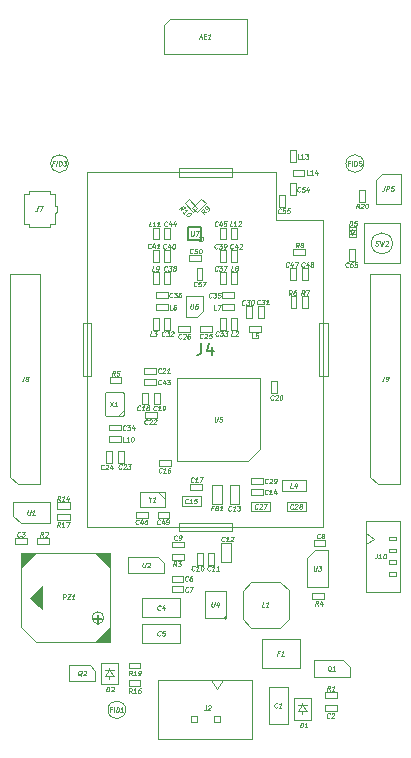
<source format=gbr>
G04 #@! TF.GenerationSoftware,KiCad,Pcbnew,(5.1.7)-1*
G04 #@! TF.CreationDate,2020-11-04T19:15:34+01:00*
G04 #@! TF.ProjectId,generic_node,67656e65-7269-4635-9f6e-6f64652e6b69,2.0.2*
G04 #@! TF.SameCoordinates,PX510ff40PY6422c40*
G04 #@! TF.FileFunction,Other,Fab,Top*
%FSLAX46Y46*%
G04 Gerber Fmt 4.6, Leading zero omitted, Abs format (unit mm)*
G04 Created by KiCad (PCBNEW (5.1.7)-1) date 2020-11-04 19:15:34*
%MOMM*%
%LPD*%
G01*
G04 APERTURE LIST*
%ADD10C,0.100000*%
%ADD11C,0.200000*%
%ADD12C,0.120000*%
%ADD13C,0.150000*%
G04 APERTURE END LIST*
D10*
X-127964Y11830000D02*
G75*
G03*
X-127964Y11830000I-222036J0D01*
G01*
X1841421Y-20216102D02*
G75*
G03*
X1841421Y-20216102I-141421J0D01*
G01*
X6000000Y13500000D02*
X10000000Y13500000D01*
X6000000Y17500000D02*
X6000000Y13500000D01*
X-10000000Y17500000D02*
X-10000000Y-12500000D01*
X-10000000Y-12500000D02*
X10000000Y-12500000D01*
X10000000Y-12500000D02*
X10000000Y13500000D01*
X6000000Y17500000D02*
X-10000000Y17500000D01*
X3500000Y27500000D02*
X3500000Y30500000D01*
X-3500000Y27500000D02*
X3500000Y27500000D01*
X-3500000Y30000000D02*
X-3500000Y27500000D01*
X-3000000Y30500000D02*
X-3500000Y30000000D01*
X3500000Y30500000D02*
X-3000000Y30500000D01*
X-12553000Y-11954000D02*
X-12553000Y-11414000D01*
X-12553000Y-11414000D02*
X-11503000Y-11414000D01*
X-11503000Y-11414000D02*
X-11503000Y-11954000D01*
X-11503000Y-11954000D02*
X-12553000Y-11954000D01*
X-1619000Y5237000D02*
X-1619000Y7037000D01*
X-219000Y7037000D02*
X-1619000Y7037000D01*
X-219000Y5737000D02*
X-219000Y7037000D01*
X-719000Y5237000D02*
X-1619000Y5237000D01*
X-719000Y5237000D02*
X-219000Y5737000D01*
D11*
X-350000Y12900000D02*
X-1450000Y12900000D01*
X-1450000Y12900000D02*
X-1450000Y11800000D01*
X-1450000Y11800000D02*
X-350000Y11800000D01*
X-350000Y11800000D02*
X-350000Y12900000D01*
D10*
X3620000Y-6908500D02*
X-2380000Y-6908500D01*
X-2380000Y-6908500D02*
X-2380000Y91500D01*
X-2380000Y91500D02*
X4620000Y91500D01*
X4620000Y91500D02*
X4620000Y-5908500D01*
X4620000Y-5908500D02*
X3620000Y-6908500D01*
X1705500Y-17922500D02*
X-5500Y-17922500D01*
X1705500Y-20237500D02*
X-5500Y-20237500D01*
X1705500Y-20237500D02*
X1705500Y-17922500D01*
X-5500Y-20237500D02*
X-5500Y-17922500D01*
X8600000Y-15150000D02*
X9250000Y-14500000D01*
X10400000Y-14500000D02*
X9250000Y-14500000D01*
X8600000Y-15150000D02*
X8600000Y-17600000D01*
X10400000Y-17600000D02*
X8600000Y-17600000D01*
X10400000Y-14500000D02*
X10400000Y-17600000D01*
X-4050000Y-15050000D02*
X-6500000Y-15050000D01*
X-3480000Y-15600000D02*
X-3480000Y-16450000D01*
X-4050000Y-15050000D02*
X-3480000Y-15600000D01*
X-3480000Y-16450000D02*
X-6520000Y-16450000D01*
X-6520000Y-15050000D02*
X-6520000Y-16450000D01*
X13000000Y16000000D02*
X13500000Y16000000D01*
X13500000Y16000000D02*
X13500000Y15000000D01*
X13500000Y15000000D02*
X13000000Y15000000D01*
X13000000Y15000000D02*
X13000000Y16000000D01*
X-11493000Y-10435000D02*
X-11493000Y-10975000D01*
X-11493000Y-10975000D02*
X-12543000Y-10975000D01*
X-12543000Y-10975000D02*
X-12543000Y-10435000D01*
X-12543000Y-10435000D02*
X-11493000Y-10435000D01*
X14969000Y17399000D02*
X16544000Y17399000D01*
X16544000Y17399000D02*
X16544000Y14859000D01*
X16544000Y14859000D02*
X14444000Y14859000D01*
X14444000Y14859000D02*
X14444000Y16874000D01*
X14444000Y16874000D02*
X14969000Y17399000D01*
X16510000Y-8890000D02*
X14605000Y-8890000D01*
X14605000Y-8890000D02*
X13970000Y-8255000D01*
X13970000Y-8255000D02*
X13970000Y8890000D01*
X13970000Y8890000D02*
X16510000Y8890000D01*
X16510000Y8890000D02*
X16510000Y-8890000D01*
X3881200Y-8911200D02*
X3881200Y-8411200D01*
X3881200Y-8411200D02*
X4881200Y-8411200D01*
X4881200Y-8411200D02*
X4881200Y-8911200D01*
X4881200Y-8911200D02*
X3881200Y-8911200D01*
X3886000Y-11194800D02*
X3886000Y-10394800D01*
X3886000Y-10394800D02*
X5486000Y-10394800D01*
X5486000Y-10394800D02*
X5486000Y-11194800D01*
X5486000Y-11194800D02*
X3886000Y-11194800D01*
X-2950000Y-6850000D02*
X-2950000Y-7350000D01*
X-2950000Y-7350000D02*
X-3950000Y-7350000D01*
X-3950000Y-7350000D02*
X-3950000Y-6850000D01*
X-3950000Y-6850000D02*
X-2950000Y-6850000D01*
X-406800Y-9937600D02*
X-406800Y-10737600D01*
X-406800Y-10737600D02*
X-2006800Y-10737600D01*
X-2006800Y-10737600D02*
X-2006800Y-9937600D01*
X-2006800Y-9937600D02*
X-406800Y-9937600D01*
X3881200Y-9825600D02*
X3881200Y-9325600D01*
X3881200Y-9325600D02*
X4881200Y-9325600D01*
X4881200Y-9325600D02*
X4881200Y-9825600D01*
X4881200Y-9825600D02*
X3881200Y-9825600D01*
X1350000Y-13850000D02*
X2150000Y-13850000D01*
X2150000Y-13850000D02*
X2150000Y-15450000D01*
X2150000Y-15450000D02*
X1350000Y-15450000D01*
X1350000Y-15450000D02*
X1350000Y-13850000D01*
X-1860000Y-16650000D02*
X-1860000Y-17150000D01*
X-1860000Y-17150000D02*
X-2860000Y-17150000D01*
X-2860000Y-17150000D02*
X-2860000Y-16650000D01*
X-2860000Y-16650000D02*
X-1860000Y-16650000D01*
X-13970000Y8890000D02*
X-13970000Y-8890000D01*
X-16510000Y8890000D02*
X-13970000Y8890000D01*
X-16510000Y-8255000D02*
X-16510000Y8890000D01*
X-15875000Y-8890000D02*
X-16510000Y-8255000D01*
X-13970000Y-8890000D02*
X-15875000Y-8890000D01*
X-15121000Y-13966000D02*
X-16121000Y-13966000D01*
X-15121000Y-13466000D02*
X-15121000Y-13966000D01*
X-16121000Y-13466000D02*
X-15121000Y-13466000D01*
X-16121000Y-13966000D02*
X-16121000Y-13466000D01*
X9165000Y-14150000D02*
X9165000Y-13650000D01*
X9165000Y-13650000D02*
X10165000Y-13650000D01*
X10165000Y-13650000D02*
X10165000Y-14150000D01*
X10165000Y-14150000D02*
X9165000Y-14150000D01*
X-2850000Y-13750000D02*
X-1850000Y-13750000D01*
X-2850000Y-14250000D02*
X-2850000Y-13750000D01*
X-1850000Y-14250000D02*
X-2850000Y-14250000D01*
X-1850000Y-13750000D02*
X-1850000Y-14250000D01*
X750000Y-15700000D02*
X250000Y-15700000D01*
X250000Y-15700000D02*
X250000Y-14700000D01*
X250000Y-14700000D02*
X750000Y-14700000D01*
X750000Y-14700000D02*
X750000Y-15700000D01*
X-700000Y-14700000D02*
X-200000Y-14700000D01*
X-200000Y-14700000D02*
X-200000Y-15700000D01*
X-200000Y-15700000D02*
X-700000Y-15700000D01*
X-700000Y-15700000D02*
X-700000Y-14700000D01*
X-1285000Y-8900000D02*
X-285000Y-8900000D01*
X-1285000Y-9400000D02*
X-1285000Y-8900000D01*
X-285000Y-9400000D02*
X-1285000Y-9400000D01*
X-285000Y-8900000D02*
X-285000Y-9400000D01*
X-4826500Y-2137500D02*
X-5326500Y-2137500D01*
X-5326500Y-2137500D02*
X-5326500Y-1137500D01*
X-5326500Y-1137500D02*
X-4826500Y-1137500D01*
X-4826500Y-1137500D02*
X-4826500Y-2137500D01*
X-3874000Y-2137500D02*
X-4374000Y-2137500D01*
X-4374000Y-2137500D02*
X-4374000Y-1137500D01*
X-4374000Y-1137500D02*
X-3874000Y-1137500D01*
X-3874000Y-1137500D02*
X-3874000Y-2137500D01*
X6050000Y-200000D02*
X6050000Y-1200000D01*
X5550000Y-200000D02*
X6050000Y-200000D01*
X5550000Y-1200000D02*
X5550000Y-200000D01*
X6050000Y-1200000D02*
X5550000Y-1200000D01*
X-5160000Y975000D02*
X-4160000Y975000D01*
X-5160000Y475000D02*
X-5160000Y975000D01*
X-4160000Y475000D02*
X-5160000Y475000D01*
X-4160000Y975000D02*
X-4160000Y475000D01*
X-450000Y4481000D02*
X550000Y4481000D01*
X-450000Y3981000D02*
X-450000Y4481000D01*
X550000Y3981000D02*
X-450000Y3981000D01*
X550000Y4481000D02*
X550000Y3981000D01*
X-8390500Y-7095000D02*
X-8390500Y-6095000D01*
X-7890500Y-7095000D02*
X-8390500Y-7095000D01*
X-7890500Y-6095000D02*
X-7890500Y-7095000D01*
X-8390500Y-6095000D02*
X-7890500Y-6095000D01*
X-2975000Y12825000D02*
X-2975000Y11825000D01*
X-3475000Y12825000D02*
X-2975000Y12825000D01*
X-3475000Y11825000D02*
X-3475000Y12825000D01*
X-2975000Y11825000D02*
X-3475000Y11825000D01*
X-7181900Y-3845700D02*
X-7181900Y-4345700D01*
X-7181900Y-4345700D02*
X-8181900Y-4345700D01*
X-8181900Y-4345700D02*
X-8181900Y-3845700D01*
X-8181900Y-3845700D02*
X-7181900Y-3845700D01*
X1725000Y9050000D02*
X1725000Y8050000D01*
X1225000Y9050000D02*
X1725000Y9050000D01*
X1225000Y8050000D02*
X1225000Y9050000D01*
X1725000Y8050000D02*
X1225000Y8050000D01*
X2420000Y6845000D02*
X1420000Y6845000D01*
X2420000Y7345000D02*
X2420000Y6845000D01*
X1420000Y7345000D02*
X2420000Y7345000D01*
X1420000Y6845000D02*
X1420000Y7345000D01*
X-4190000Y7350000D02*
X-3190000Y7350000D01*
X-4190000Y6850000D02*
X-4190000Y7350000D01*
X-3190000Y6850000D02*
X-4190000Y6850000D01*
X-3190000Y7350000D02*
X-3190000Y6850000D01*
X-3925000Y10950000D02*
X-3925000Y9950000D01*
X-4425000Y10950000D02*
X-3925000Y10950000D01*
X-4425000Y9950000D02*
X-4425000Y10950000D01*
X-3925000Y9950000D02*
X-4425000Y9950000D01*
X2650000Y9950000D02*
X2150000Y9950000D01*
X2150000Y9950000D02*
X2150000Y10950000D01*
X2150000Y10950000D02*
X2650000Y10950000D01*
X2650000Y10950000D02*
X2650000Y9950000D01*
X-2975000Y4190000D02*
X-3475000Y4190000D01*
X-3475000Y4190000D02*
X-3475000Y5190000D01*
X-3475000Y5190000D02*
X-2975000Y5190000D01*
X-2975000Y5190000D02*
X-2975000Y4190000D01*
X1225000Y4200000D02*
X1225000Y5200000D01*
X1725000Y4200000D02*
X1225000Y4200000D01*
X1725000Y5200000D02*
X1725000Y4200000D01*
X1225000Y5200000D02*
X1725000Y5200000D01*
X-4887437Y-11228858D02*
X-4887437Y-11728858D01*
X-4887437Y-11728858D02*
X-5887437Y-11728858D01*
X-5887437Y-11728858D02*
X-5887437Y-11228858D01*
X-5887437Y-11228858D02*
X-4887437Y-11228858D01*
X1725000Y12825000D02*
X1725000Y11825000D01*
X1225000Y12825000D02*
X1725000Y12825000D01*
X1225000Y11825000D02*
X1225000Y12825000D01*
X1725000Y11825000D02*
X1225000Y11825000D01*
X8150000Y8400000D02*
X8150000Y9400000D01*
X8650000Y8400000D02*
X8150000Y8400000D01*
X8650000Y9400000D02*
X8650000Y8400000D01*
X8150000Y9400000D02*
X8650000Y9400000D01*
X7150000Y8400000D02*
X7150000Y9400000D01*
X7650000Y8400000D02*
X7150000Y8400000D01*
X7650000Y9400000D02*
X7650000Y8400000D01*
X7150000Y9400000D02*
X7650000Y9400000D01*
X-1360000Y10500000D02*
X-360000Y10500000D01*
X-1360000Y10000000D02*
X-1360000Y10500000D01*
X-360000Y10000000D02*
X-1360000Y10000000D01*
X-360000Y10500000D02*
X-360000Y10000000D01*
X-3048959Y-11728858D02*
X-4048959Y-11728858D01*
X-3048959Y-11228858D02*
X-3048959Y-11728858D01*
X-4048959Y-11228858D02*
X-3048959Y-11228858D01*
X-4048959Y-11728858D02*
X-4048959Y-11228858D01*
X-250000Y9370000D02*
X-250000Y8370000D01*
X-750000Y9370000D02*
X-250000Y9370000D01*
X-750000Y8370000D02*
X-750000Y9370000D01*
X-250000Y8370000D02*
X-750000Y8370000D01*
X12696000Y10041000D02*
X12196000Y10041000D01*
X12196000Y10041000D02*
X12196000Y11041000D01*
X12196000Y11041000D02*
X12696000Y11041000D01*
X12696000Y11041000D02*
X12696000Y10041000D01*
X-2975000Y8050000D02*
X-3475000Y8050000D01*
X-3475000Y8050000D02*
X-3475000Y9050000D01*
X-3475000Y9050000D02*
X-2975000Y9050000D01*
X-2975000Y9050000D02*
X-2975000Y8050000D01*
X1225000Y10950000D02*
X1725000Y10950000D01*
X1725000Y10950000D02*
X1725000Y9950000D01*
X1725000Y9950000D02*
X1225000Y9950000D01*
X1225000Y9950000D02*
X1225000Y10950000D01*
X-3475000Y10940000D02*
X-2975000Y10940000D01*
X-2975000Y10940000D02*
X-2975000Y9940000D01*
X-2975000Y9940000D02*
X-3475000Y9940000D01*
X-3475000Y9940000D02*
X-3475000Y10940000D01*
X-5162500Y-508000D02*
X-5162500Y-8000D01*
X-5162500Y-8000D02*
X-4162500Y-8000D01*
X-4162500Y-8000D02*
X-4162500Y-508000D01*
X-4162500Y-508000D02*
X-5162500Y-508000D01*
X1390300Y-10578800D02*
X590300Y-10578800D01*
X590300Y-10578800D02*
X590300Y-8978800D01*
X590300Y-8978800D02*
X1390300Y-8978800D01*
X1390300Y-8978800D02*
X1390300Y-10578800D01*
X-6750000Y-28000000D02*
G75*
G03*
X-6750000Y-28000000I-750000J0D01*
G01*
X-7179500Y-4810900D02*
X-7179500Y-5310900D01*
X-7179500Y-5310900D02*
X-8179500Y-5310900D01*
X-8179500Y-5310900D02*
X-8179500Y-4810900D01*
X-8179500Y-4810900D02*
X-7179500Y-4810900D01*
X-3925000Y4175000D02*
X-4425000Y4175000D01*
X-4425000Y4175000D02*
X-4425000Y5175000D01*
X-4425000Y5175000D02*
X-3925000Y5175000D01*
X-3925000Y5175000D02*
X-3925000Y4175000D01*
X3711066Y4005305D02*
X3711066Y4505305D01*
X3711066Y4505305D02*
X4711066Y4505305D01*
X4711066Y4505305D02*
X4711066Y4005305D01*
X4711066Y4005305D02*
X3711066Y4005305D01*
X2439999Y5850000D02*
X1439999Y5850000D01*
X2439999Y6350000D02*
X2439999Y5850000D01*
X1439999Y6350000D02*
X2439999Y6350000D01*
X1439999Y5850000D02*
X1439999Y6350000D01*
X-3190000Y6350000D02*
X-3190000Y5850000D01*
X-3190000Y5850000D02*
X-4190000Y5850000D01*
X-4190000Y5850000D02*
X-4190000Y6350000D01*
X-4190000Y6350000D02*
X-3190000Y6350000D01*
X-3925000Y9050000D02*
X-3925000Y8050000D01*
X-4425000Y9050000D02*
X-3925000Y9050000D01*
X-4425000Y8050000D02*
X-4425000Y9050000D01*
X-3925000Y8050000D02*
X-4425000Y8050000D01*
X2650000Y8050000D02*
X2150000Y8050000D01*
X2150000Y8050000D02*
X2150000Y9050000D01*
X2150000Y9050000D02*
X2650000Y9050000D01*
X2650000Y9050000D02*
X2650000Y8050000D01*
X-3925000Y11825000D02*
X-4425000Y11825000D01*
X-4425000Y11825000D02*
X-4425000Y12825000D01*
X-4425000Y12825000D02*
X-3925000Y12825000D01*
X-3925000Y12825000D02*
X-3925000Y11825000D01*
X2650000Y12825000D02*
X2650000Y11825000D01*
X2150000Y12825000D02*
X2650000Y12825000D01*
X2150000Y11825000D02*
X2150000Y12825000D01*
X2650000Y11825000D02*
X2150000Y11825000D01*
X11650000Y-23800000D02*
X9200000Y-23800000D01*
X12220000Y-24350000D02*
X12220000Y-25200000D01*
X11650000Y-23800000D02*
X12220000Y-24350000D01*
X12220000Y-25200000D02*
X9180000Y-25200000D01*
X9180000Y-23800000D02*
X9180000Y-25200000D01*
X-9310000Y-25570000D02*
X-9310000Y-24720000D01*
X-9810000Y-24220000D02*
X-11510000Y-24220000D01*
X-9310000Y-25570000D02*
X-11510000Y-25570000D01*
X-11510000Y-25570000D02*
X-11510000Y-24220000D01*
X-9310000Y-24720000D02*
X-9810000Y-24220000D01*
X-14216000Y-13966000D02*
X-14216000Y-13466000D01*
X-14216000Y-13466000D02*
X-13216000Y-13466000D01*
X-13216000Y-13466000D02*
X-13216000Y-13966000D01*
X-13216000Y-13966000D02*
X-14216000Y-13966000D01*
X-1850000Y-15300000D02*
X-2850000Y-15300000D01*
X-1850000Y-14800000D02*
X-1850000Y-15300000D01*
X-2850000Y-14800000D02*
X-1850000Y-14800000D01*
X-2850000Y-15300000D02*
X-2850000Y-14800000D01*
X9050000Y-18150000D02*
X10050000Y-18150000D01*
X9050000Y-18650000D02*
X9050000Y-18150000D01*
X10050000Y-18650000D02*
X9050000Y-18650000D01*
X10050000Y-18150000D02*
X10050000Y-18650000D01*
X7210000Y7005000D02*
X7710000Y7005000D01*
X7710000Y7005000D02*
X7710000Y6005000D01*
X7710000Y6005000D02*
X7210000Y6005000D01*
X7210000Y6005000D02*
X7210000Y7005000D01*
X8150000Y6000000D02*
X8150000Y7000000D01*
X8650000Y6000000D02*
X8150000Y6000000D01*
X8650000Y7000000D02*
X8650000Y6000000D01*
X8150000Y7000000D02*
X8650000Y7000000D01*
X7400000Y11050000D02*
X8400000Y11050000D01*
X7400000Y10550000D02*
X7400000Y11050000D01*
X8400000Y10550000D02*
X7400000Y10550000D01*
X8400000Y11050000D02*
X8400000Y10550000D01*
X-1763277Y14869724D02*
X-1409724Y15223277D01*
X-1409724Y15223277D02*
X-702617Y14516170D01*
X-702617Y14516170D02*
X-1056170Y14162617D01*
X-1056170Y14162617D02*
X-1763277Y14869724D01*
X-16282000Y-10421000D02*
X-13182000Y-10421000D01*
X-13182000Y-10421000D02*
X-13182000Y-12221000D01*
X-15632000Y-12221000D02*
X-13182000Y-12221000D01*
X-16282000Y-10421000D02*
X-16282000Y-11571000D01*
X-15632000Y-12221000D02*
X-16282000Y-11571000D01*
X-7430300Y-3114500D02*
X-6930300Y-2614500D01*
X-8430300Y-3114500D02*
X-8530300Y-3014500D01*
X-7030300Y-3114500D02*
X-8430300Y-3114500D01*
X-6930300Y-3014500D02*
X-7030300Y-3114500D01*
X-6930300Y-1214500D02*
X-6930300Y-3014500D01*
X-7030300Y-1114500D02*
X-6930300Y-1214500D01*
X-8430300Y-1114500D02*
X-7030300Y-1114500D01*
X-8530300Y-1214500D02*
X-8430300Y-1114500D01*
X-8530300Y-3014500D02*
X-8530300Y-1214500D01*
X6970000Y-26030000D02*
X6970000Y-29230000D01*
X5370000Y-26030000D02*
X6970000Y-26030000D01*
X5370000Y-29230000D02*
X5370000Y-26030000D01*
X6970000Y-29230000D02*
X5370000Y-29230000D01*
X10115000Y-27620000D02*
X11115000Y-27620000D01*
X10115000Y-28120000D02*
X10115000Y-27620000D01*
X11115000Y-28120000D02*
X10115000Y-28120000D01*
X11115000Y-27620000D02*
X11115000Y-28120000D01*
X-2130000Y-20170000D02*
X-5330000Y-20170000D01*
X-2130000Y-18570000D02*
X-2130000Y-20170000D01*
X-5330000Y-18570000D02*
X-2130000Y-18570000D01*
X-5330000Y-20170000D02*
X-5330000Y-18570000D01*
X-5330000Y-22340000D02*
X-5330000Y-20740000D01*
X-5330000Y-20740000D02*
X-2130000Y-20740000D01*
X-2130000Y-20740000D02*
X-2130000Y-22340000D01*
X-2130000Y-22340000D02*
X-5330000Y-22340000D01*
X-4135000Y-2800000D02*
X-4135000Y-3300000D01*
X-4135000Y-3300000D02*
X-5135000Y-3300000D01*
X-5135000Y-3300000D02*
X-5135000Y-2800000D01*
X-5135000Y-2800000D02*
X-4135000Y-2800000D01*
X-7420000Y-24020000D02*
X-7420000Y-25820000D01*
X-7420000Y-25820000D02*
X-8820000Y-25820000D01*
X-8820000Y-25820000D02*
X-8820000Y-24020000D01*
X-8820000Y-24020000D02*
X-7420000Y-24020000D01*
X-7770000Y-24620000D02*
X-8470000Y-24620000D01*
X-8120000Y-24620000D02*
X-8120000Y-24420000D01*
X-8120000Y-24620000D02*
X-7770000Y-25120000D01*
X-7770000Y-25120000D02*
X-8470000Y-25120000D01*
X-8470000Y-25120000D02*
X-8120000Y-24620000D01*
X-8120000Y-25120000D02*
X-8120000Y-25370000D01*
X7995000Y-24480000D02*
X4795000Y-24480000D01*
X7995000Y-21980000D02*
X7995000Y-24480000D01*
X4795000Y-21980000D02*
X7995000Y-21980000D01*
X4795000Y-24480000D02*
X4795000Y-21980000D01*
X11105000Y-27020000D02*
X10105000Y-27020000D01*
X11105000Y-26520000D02*
X11105000Y-27020000D01*
X10105000Y-26520000D02*
X11105000Y-26520000D01*
X10105000Y-27020000D02*
X10105000Y-26520000D01*
X-6500000Y-25500000D02*
X-5500000Y-25500000D01*
X-6500000Y-26000000D02*
X-6500000Y-25500000D01*
X-5500000Y-26000000D02*
X-6500000Y-26000000D01*
X-5500000Y-25500000D02*
X-5500000Y-26000000D01*
X-5500000Y-24000000D02*
X-5500000Y-24500000D01*
X-5500000Y-24500000D02*
X-6500000Y-24500000D01*
X-6500000Y-24500000D02*
X-6500000Y-24000000D01*
X-6500000Y-24000000D02*
X-5500000Y-24000000D01*
X-2860000Y-17550000D02*
X-1860000Y-17550000D01*
X-2860000Y-18050000D02*
X-2860000Y-17550000D01*
X-1860000Y-18050000D02*
X-2860000Y-18050000D01*
X-1860000Y-17550000D02*
X-1860000Y-18050000D01*
X2050800Y-8978800D02*
X2850800Y-8978800D01*
X2850800Y-8978800D02*
X2850800Y-10578800D01*
X2850800Y-10578800D02*
X2050800Y-10578800D01*
X2050800Y-10578800D02*
X2050800Y-8978800D01*
X-7390000Y-7070000D02*
X-7390000Y-6070000D01*
X-6890000Y-7070000D02*
X-7390000Y-7070000D01*
X-6890000Y-6070000D02*
X-6890000Y-7070000D01*
X-7390000Y-6070000D02*
X-6890000Y-6070000D01*
X-1289000Y4471000D02*
X-1289000Y3971000D01*
X-1289000Y3971000D02*
X-2289000Y3971000D01*
X-2289000Y3971000D02*
X-2289000Y4471000D01*
X-2289000Y4471000D02*
X-1289000Y4471000D01*
X8500000Y-10400000D02*
X8500000Y-11200000D01*
X8500000Y-11200000D02*
X6900000Y-11200000D01*
X6900000Y-11200000D02*
X6900000Y-10400000D01*
X6900000Y-10400000D02*
X8500000Y-10400000D01*
X3473266Y5173305D02*
X3473266Y6173305D01*
X3973266Y5173305D02*
X3473266Y5173305D01*
X3973266Y6173305D02*
X3973266Y5173305D01*
X3473266Y6173305D02*
X3973266Y6173305D01*
X4938467Y6173305D02*
X4938467Y5173305D01*
X4438467Y6173305D02*
X4938467Y6173305D01*
X4438467Y5173305D02*
X4438467Y6173305D01*
X4938467Y5173305D02*
X4438467Y5173305D01*
X8220000Y-28130000D02*
X8220000Y-28380000D01*
X7870000Y-28130000D02*
X8220000Y-27630000D01*
X8570000Y-28130000D02*
X7870000Y-28130000D01*
X8220000Y-27630000D02*
X8570000Y-28130000D01*
X8220000Y-27630000D02*
X8220000Y-27430000D01*
X8570000Y-27630000D02*
X7870000Y-27630000D01*
X7520000Y-27030000D02*
X8920000Y-27030000D01*
X7520000Y-28830000D02*
X7520000Y-27030000D01*
X8920000Y-28830000D02*
X7520000Y-28830000D01*
X8920000Y-27030000D02*
X8920000Y-28830000D01*
X12746000Y12846000D02*
X12746000Y12046000D01*
X12746000Y12046000D02*
X12146000Y12046000D01*
X12146000Y12046000D02*
X12146000Y12846000D01*
X12146000Y12846000D02*
X12746000Y12846000D01*
X12646000Y12296000D02*
X12246000Y12296000D01*
X12446000Y12296000D02*
X12446000Y12196000D01*
X12446000Y12296000D02*
X12646000Y12596000D01*
X12646000Y12596000D02*
X12246000Y12596000D01*
X12246000Y12596000D02*
X12446000Y12296000D01*
X12446000Y12596000D02*
X12446000Y12696000D01*
D12*
X-2250000Y17850000D02*
X-2250000Y17150000D01*
X2250000Y17850000D02*
X2250000Y17150000D01*
X-2250000Y17850000D02*
X2250000Y17850000D01*
X-2250000Y17150000D02*
X2250000Y17150000D01*
X-10350000Y250000D02*
X-9650000Y250000D01*
X-10350000Y4750000D02*
X-9650000Y4750000D01*
X-10350000Y250000D02*
X-10350000Y4750000D01*
X-9650000Y250000D02*
X-9650000Y4750000D01*
X-2250000Y-12840000D02*
X2250000Y-12840000D01*
X-2250000Y-12140000D02*
X2250000Y-12140000D01*
X2250000Y-12140000D02*
X2250000Y-12840000D01*
X-2250000Y-12140000D02*
X-2250000Y-12840000D01*
X10350000Y250000D02*
X10350000Y4750000D01*
X9650000Y250000D02*
X9650000Y4750000D01*
X9650000Y4750000D02*
X10350000Y4750000D01*
X9650000Y250000D02*
X10350000Y250000D01*
D10*
X-12675000Y14100000D02*
X-12525000Y14250000D01*
X-15375000Y13100000D02*
X-14975000Y13100000D01*
X-14975000Y12900000D02*
X-14975000Y13100000D01*
X-13175000Y12900000D02*
X-14975000Y12900000D01*
X-15375000Y13100000D02*
X-15375000Y15700000D01*
X-15375000Y15700000D02*
X-14975000Y15700000D01*
X-14975000Y15900000D02*
X-14975000Y15700000D01*
X-13175000Y15900000D02*
X-14975000Y15900000D01*
X-13175000Y13100000D02*
X-12775000Y13100000D01*
X-13175000Y12900000D02*
X-13175000Y13100000D01*
X-12775000Y14100000D02*
X-12775000Y13100000D01*
X-12675000Y14100000D02*
X-12775000Y14100000D01*
X-12525000Y14700000D02*
X-12525000Y14250000D01*
X-12525000Y14700000D02*
X-12775000Y14700000D01*
X-12775000Y14700000D02*
X-12775000Y15700000D01*
X-13175000Y15700000D02*
X-12775000Y15700000D01*
X-13175000Y15900000D02*
X-13175000Y15700000D01*
X7050000Y-17900000D02*
X7050000Y-20300000D01*
X6300000Y-21050000D02*
X3900000Y-21050000D01*
X3150000Y-20300000D02*
X3150000Y-17900000D01*
X3900000Y-17150000D02*
X6300000Y-17150000D01*
X3150000Y-20300000D02*
X3900000Y-21050000D01*
X3900000Y-17150000D02*
X3150000Y-17900000D01*
X6300000Y-17150000D02*
X7050000Y-17890000D01*
X7050000Y-20300000D02*
X6300000Y-21050000D01*
X2650000Y4200000D02*
X2150000Y4200000D01*
X2150000Y4200000D02*
X2150000Y5200000D01*
X2150000Y5200000D02*
X2650000Y5200000D01*
X2650000Y5200000D02*
X2650000Y4200000D01*
X6500000Y-9450000D02*
X6500000Y-8550000D01*
X6500000Y-8550000D02*
X8500000Y-8550000D01*
X8500000Y-8550000D02*
X8500000Y-9450000D01*
X8500000Y-9450000D02*
X6500000Y-9450000D01*
D12*
X-8100000Y-14750000D02*
X-15600000Y-14750000D01*
X-8100000Y-14750000D02*
X-8100000Y-22250000D01*
X-15600000Y-14750000D02*
X-15600000Y-21000000D01*
X-8100000Y-22250000D02*
X-14350000Y-22250000D01*
X-15600000Y-21000000D02*
X-14350000Y-22250000D01*
D10*
G36*
X-14850000Y-18500000D02*
G01*
X-13850000Y-17500000D01*
X-13850000Y-19500000D01*
X-14850000Y-18500000D01*
G37*
X-14850000Y-18500000D02*
X-13850000Y-17500000D01*
X-13850000Y-19500000D01*
X-14850000Y-18500000D01*
G36*
X-15600000Y-14750000D02*
G01*
X-14350000Y-14750000D01*
X-15600000Y-16000000D01*
X-15600000Y-14750000D01*
G37*
X-15600000Y-14750000D02*
X-14350000Y-14750000D01*
X-15600000Y-16000000D01*
X-15600000Y-14750000D01*
G36*
X-8100000Y-14750000D02*
G01*
X-8100000Y-16000000D01*
X-9350000Y-14750000D01*
X-8100000Y-14750000D01*
G37*
X-8100000Y-14750000D02*
X-8100000Y-16000000D01*
X-9350000Y-14750000D01*
X-8100000Y-14750000D01*
G36*
X-8100000Y-22250000D02*
G01*
X-9350000Y-22250000D01*
X-8100000Y-21000000D01*
X-8100000Y-22250000D01*
G37*
X-8100000Y-22250000D02*
X-9350000Y-22250000D01*
X-8100000Y-21000000D01*
X-8100000Y-22250000D01*
D12*
X-8600000Y-20200000D02*
G75*
G03*
X-8600000Y-20200000I-500000J0D01*
G01*
D10*
X-7116000Y167500D02*
X-7116000Y-332500D01*
X-7116000Y-332500D02*
X-8116000Y-332500D01*
X-8116000Y-332500D02*
X-8116000Y167500D01*
X-8116000Y167500D02*
X-7116000Y167500D01*
X-3449877Y-10797067D02*
X-3449877Y-9597067D01*
X-3449877Y-9597067D02*
X-5499877Y-9597067D01*
X-5499877Y-9597067D02*
X-5499877Y-10797067D01*
X-5499877Y-10797067D02*
X-3449877Y-10797067D01*
X-3474877Y-10097067D02*
X-3974877Y-9597067D01*
X1000000Y-26207107D02*
X500000Y-25500000D01*
X1500000Y-25500000D02*
X1000000Y-26207107D01*
X-1250000Y-29000000D02*
X-750000Y-29000000D01*
X-1250000Y-28500000D02*
X-1250000Y-29000000D01*
X-750000Y-28500000D02*
X-1250000Y-28500000D01*
X-750000Y-29000000D02*
X-750000Y-28500000D01*
X750000Y-29000000D02*
X1250000Y-29000000D01*
X750000Y-28500000D02*
X750000Y-29000000D01*
X1250000Y-28500000D02*
X750000Y-28500000D01*
X1250000Y-29000000D02*
X1250000Y-28500000D01*
X-3975000Y-25500000D02*
X-3975000Y-30500000D01*
X3975000Y-25500000D02*
X3975000Y-30500000D01*
X3975000Y-30500000D02*
X-3975000Y-30500000D01*
X3975000Y-25500000D02*
X-3975000Y-25500000D01*
X16445000Y13190000D02*
X16445000Y9790000D01*
X16445000Y9790000D02*
X13445000Y9790000D01*
X13445000Y9790000D02*
X13445000Y13190000D01*
X13445000Y13190000D02*
X16445000Y13190000D01*
X15845000Y11490000D02*
G75*
G03*
X15845000Y11490000I-900000J0D01*
G01*
X-11600000Y18250000D02*
G75*
G03*
X-11600000Y18250000I-750000J0D01*
G01*
X13600000Y-12000000D02*
X13600000Y-18000000D01*
X16500000Y-12000000D02*
X16500000Y-18000000D01*
X13600000Y-12000000D02*
X16500000Y-12000000D01*
X13600000Y-18000000D02*
X16500000Y-18000000D01*
X16150000Y-13350000D02*
X15550000Y-13350000D01*
X15550000Y-13350000D02*
X15550000Y-13650000D01*
X15550000Y-13650000D02*
X16150000Y-13650000D01*
X16150000Y-13650000D02*
X16150000Y-13350000D01*
X16150000Y-14350000D02*
X15550000Y-14350000D01*
X15550000Y-14350000D02*
X15550000Y-14650000D01*
X15550000Y-14650000D02*
X16150000Y-14650000D01*
X16150000Y-14650000D02*
X16150000Y-14350000D01*
X16150000Y-15350000D02*
X15550000Y-15350000D01*
X15550000Y-15350000D02*
X15550000Y-15650000D01*
X15550000Y-15650000D02*
X16150000Y-15650000D01*
X16150000Y-15650000D02*
X16150000Y-15350000D01*
X16150000Y-16350000D02*
X15550000Y-16350000D01*
X15550000Y-16350000D02*
X15550000Y-16650000D01*
X15550000Y-16650000D02*
X16150000Y-16650000D01*
X16150000Y-16650000D02*
X16150000Y-16350000D01*
X13600000Y-13000000D02*
X14307107Y-13500000D01*
X14307107Y-13500000D02*
X13600000Y-14000000D01*
X13400000Y18250000D02*
G75*
G03*
X13400000Y18250000I-750000J0D01*
G01*
X-349688Y15272150D02*
X32150Y14890312D01*
X32150Y14890312D02*
X-710312Y14147850D01*
X-710312Y14147850D02*
X-1092150Y14529688D01*
X-1092150Y14529688D02*
X-349688Y15272150D01*
X7150000Y15570000D02*
X7150000Y16570000D01*
X7650000Y15570000D02*
X7150000Y15570000D01*
X7650000Y16570000D02*
X7650000Y15570000D01*
X7150000Y16570000D02*
X7650000Y16570000D01*
X6750000Y14605000D02*
X6250000Y14605000D01*
X6250000Y14605000D02*
X6250000Y15605000D01*
X6250000Y15605000D02*
X6750000Y15605000D01*
X6750000Y15605000D02*
X6750000Y14605000D01*
X7650000Y18375000D02*
X7150000Y18375000D01*
X7150000Y18375000D02*
X7150000Y19375000D01*
X7150000Y19375000D02*
X7650000Y19375000D01*
X7650000Y19375000D02*
X7650000Y18375000D01*
X7390000Y17730000D02*
X8390000Y17730000D01*
X7390000Y17230000D02*
X7390000Y17730000D01*
X8390000Y17230000D02*
X7390000Y17230000D01*
X8390000Y17730000D02*
X8390000Y17230000D01*
D13*
X-333334Y3047620D02*
X-333334Y2333334D01*
X-380953Y2190477D01*
X-476191Y2095239D01*
X-619048Y2047620D01*
X-714286Y2047620D01*
X571428Y2714286D02*
X571428Y2047620D01*
X333333Y3095239D02*
X95238Y2380953D01*
X714285Y2380953D01*
D10*
X-495625Y28933334D02*
X-305149Y28933334D01*
X-548006Y28819048D02*
X-364673Y29219048D01*
X-281340Y28819048D01*
X-121816Y29028572D02*
X11517Y29028572D01*
X42470Y28819048D02*
X-148006Y28819048D01*
X-98006Y29219048D01*
X92470Y29219048D01*
X423422Y28819048D02*
X194851Y28819048D01*
X309136Y28819048D02*
X359136Y29219048D01*
X313898Y29161905D01*
X271041Y29123810D01*
X230565Y29104762D01*
X-12330387Y-12510952D02*
X-12439911Y-12320476D01*
X-12558959Y-12510952D02*
X-12508959Y-12110952D01*
X-12356578Y-12110952D01*
X-12320864Y-12130000D01*
X-12304197Y-12149047D01*
X-12289911Y-12187142D01*
X-12297054Y-12244285D01*
X-12320864Y-12282380D01*
X-12342292Y-12301428D01*
X-12382768Y-12320476D01*
X-12535149Y-12320476D01*
X-11949435Y-12510952D02*
X-12178006Y-12510952D01*
X-12063721Y-12510952D02*
X-12013721Y-12110952D01*
X-12058959Y-12168095D01*
X-12101816Y-12206190D01*
X-12142292Y-12225238D01*
X-11766102Y-12110952D02*
X-11499435Y-12110952D01*
X-11720864Y-12510952D01*
X-1235306Y6356048D02*
X-1275783Y6032239D01*
X-1261497Y5994143D01*
X-1244830Y5975096D01*
X-1209116Y5956048D01*
X-1132925Y5956048D01*
X-1092449Y5975096D01*
X-1071021Y5994143D01*
X-1047211Y6032239D01*
X-1006735Y6356048D01*
X-644830Y6356048D02*
X-721021Y6356048D01*
X-761497Y6337000D01*
X-782925Y6317953D01*
X-828164Y6260810D01*
X-856735Y6184620D01*
X-875783Y6032239D01*
X-861497Y5994143D01*
X-844830Y5975096D01*
X-809116Y5956048D01*
X-732925Y5956048D01*
X-692449Y5975096D01*
X-671021Y5994143D01*
X-647211Y6032239D01*
X-635306Y6127477D01*
X-649592Y6165572D01*
X-666259Y6184620D01*
X-701973Y6203667D01*
X-778164Y6203667D01*
X-818640Y6184620D01*
X-840068Y6165572D01*
X-863878Y6127477D01*
X-1188006Y12539048D02*
X-1228483Y12215239D01*
X-1214197Y12177143D01*
X-1197530Y12158096D01*
X-1161816Y12139048D01*
X-1085625Y12139048D01*
X-1045149Y12158096D01*
X-1023721Y12177143D01*
X-999911Y12215239D01*
X-959435Y12539048D01*
X-807054Y12539048D02*
X-540387Y12539048D01*
X-761816Y12139048D01*
X821994Y-3189452D02*
X781517Y-3513261D01*
X795803Y-3551357D01*
X812470Y-3570404D01*
X848184Y-3589452D01*
X924375Y-3589452D01*
X964851Y-3570404D01*
X986279Y-3551357D01*
X1010089Y-3513261D01*
X1050565Y-3189452D01*
X1431517Y-3189452D02*
X1241041Y-3189452D01*
X1198184Y-3379928D01*
X1219613Y-3360880D01*
X1260089Y-3341833D01*
X1355327Y-3341833D01*
X1391041Y-3360880D01*
X1407708Y-3379928D01*
X1421994Y-3418023D01*
X1410089Y-3513261D01*
X1386279Y-3551357D01*
X1364851Y-3570404D01*
X1324375Y-3589452D01*
X1229136Y-3589452D01*
X1193422Y-3570404D01*
X1176755Y-3551357D01*
X551994Y-18860952D02*
X511517Y-19184761D01*
X525803Y-19222857D01*
X542470Y-19241904D01*
X578184Y-19260952D01*
X654375Y-19260952D01*
X694851Y-19241904D01*
X716279Y-19222857D01*
X740089Y-19184761D01*
X780565Y-18860952D01*
X1125803Y-18994285D02*
X1092470Y-19260952D01*
X1049613Y-18841904D02*
X918660Y-19127619D01*
X1166279Y-19127619D01*
X9201994Y-15830952D02*
X9161517Y-16154761D01*
X9175803Y-16192857D01*
X9192470Y-16211904D01*
X9228184Y-16230952D01*
X9304375Y-16230952D01*
X9344851Y-16211904D01*
X9366279Y-16192857D01*
X9390089Y-16154761D01*
X9430565Y-15830952D01*
X9582946Y-15830952D02*
X9830565Y-15830952D01*
X9678184Y-15983333D01*
X9735327Y-15983333D01*
X9771041Y-16002380D01*
X9787708Y-16021428D01*
X9801994Y-16059523D01*
X9790089Y-16154761D01*
X9766279Y-16192857D01*
X9744851Y-16211904D01*
X9704375Y-16230952D01*
X9590089Y-16230952D01*
X9554375Y-16211904D01*
X9537708Y-16192857D01*
X-5298006Y-15530952D02*
X-5338483Y-15854761D01*
X-5324197Y-15892857D01*
X-5307530Y-15911904D01*
X-5271816Y-15930952D01*
X-5195625Y-15930952D01*
X-5155149Y-15911904D01*
X-5133721Y-15892857D01*
X-5109911Y-15854761D01*
X-5069435Y-15530952D01*
X-4902768Y-15569047D02*
X-4881340Y-15550000D01*
X-4840864Y-15530952D01*
X-4745625Y-15530952D01*
X-4709911Y-15550000D01*
X-4693245Y-15569047D01*
X-4678959Y-15607142D01*
X-4683721Y-15645238D01*
X-4709911Y-15702380D01*
X-4967054Y-15930952D01*
X-4719435Y-15930952D01*
X12989613Y14469048D02*
X12880089Y14659524D01*
X12761041Y14469048D02*
X12811041Y14869048D01*
X12963422Y14869048D01*
X12999136Y14850000D01*
X13015803Y14830953D01*
X13030089Y14792858D01*
X13022946Y14735715D01*
X12999136Y14697620D01*
X12977708Y14678572D01*
X12937232Y14659524D01*
X12784851Y14659524D01*
X13187232Y14830953D02*
X13208660Y14850000D01*
X13249136Y14869048D01*
X13344375Y14869048D01*
X13380089Y14850000D01*
X13396755Y14830953D01*
X13411041Y14792858D01*
X13406279Y14754762D01*
X13380089Y14697620D01*
X13122946Y14469048D01*
X13370565Y14469048D01*
X13668184Y14869048D02*
X13706279Y14869048D01*
X13741994Y14850000D01*
X13758660Y14830953D01*
X13772946Y14792858D01*
X13782470Y14716667D01*
X13770565Y14621429D01*
X13741994Y14545239D01*
X13718184Y14507143D01*
X13696755Y14488096D01*
X13656279Y14469048D01*
X13618184Y14469048D01*
X13582470Y14488096D01*
X13565803Y14507143D01*
X13551517Y14545239D01*
X13541994Y14621429D01*
X13553898Y14716667D01*
X13582470Y14792858D01*
X13606279Y14830953D01*
X13627708Y14850000D01*
X13668184Y14869048D01*
X-12320387Y-10300952D02*
X-12429911Y-10110476D01*
X-12548959Y-10300952D02*
X-12498959Y-9900952D01*
X-12346578Y-9900952D01*
X-12310864Y-9920000D01*
X-12294197Y-9939047D01*
X-12279911Y-9977142D01*
X-12287054Y-10034285D01*
X-12310864Y-10072380D01*
X-12332292Y-10091428D01*
X-12372768Y-10110476D01*
X-12525149Y-10110476D01*
X-11939435Y-10300952D02*
X-12168006Y-10300952D01*
X-12053721Y-10300952D02*
X-12003721Y-9900952D01*
X-12048959Y-9958095D01*
X-12091816Y-9996190D01*
X-12132292Y-10015238D01*
X-11563245Y-10034285D02*
X-11596578Y-10300952D01*
X-11639435Y-9881904D02*
X-11770387Y-10167619D01*
X-11522768Y-10167619D01*
X15167422Y16348048D02*
X15131708Y16062334D01*
X15105517Y16005191D01*
X15062660Y15967096D01*
X15003136Y15948048D01*
X14965041Y15948048D01*
X15307898Y15948048D02*
X15357898Y16348048D01*
X15510279Y16348048D01*
X15545994Y16329000D01*
X15562660Y16309953D01*
X15576946Y16271858D01*
X15569803Y16214715D01*
X15545994Y16176620D01*
X15524565Y16157572D01*
X15484089Y16138524D01*
X15331708Y16138524D01*
X15948375Y16348048D02*
X15757898Y16348048D01*
X15715041Y16157572D01*
X15736470Y16176620D01*
X15776946Y16195667D01*
X15872184Y16195667D01*
X15907898Y16176620D01*
X15924565Y16157572D01*
X15938851Y16119477D01*
X15926946Y16024239D01*
X15903136Y15986143D01*
X15881708Y15967096D01*
X15841232Y15948048D01*
X15745994Y15948048D01*
X15710279Y15967096D01*
X15693613Y15986143D01*
X15113422Y219048D02*
X15077708Y-66666D01*
X15051517Y-123809D01*
X15008660Y-161904D01*
X14949136Y-180952D01*
X14911041Y-180952D01*
X15272946Y-180952D02*
X15349136Y-180952D01*
X15389613Y-161904D01*
X15411041Y-142857D01*
X15456279Y-85714D01*
X15484851Y-9523D01*
X15503898Y142858D01*
X15489613Y180953D01*
X15472946Y200000D01*
X15437232Y219048D01*
X15361041Y219048D01*
X15320565Y200000D01*
X15299136Y180953D01*
X15275327Y142858D01*
X15263422Y47620D01*
X15277708Y9524D01*
X15294375Y-9523D01*
X15330089Y-28571D01*
X15406279Y-28571D01*
X15446755Y-9523D01*
X15468184Y9524D01*
X15491994Y47620D01*
X5244375Y-8782857D02*
X5222946Y-8801904D01*
X5163422Y-8820952D01*
X5125327Y-8820952D01*
X5070565Y-8801904D01*
X5037232Y-8763809D01*
X5022946Y-8725714D01*
X5013422Y-8649523D01*
X5020565Y-8592380D01*
X5049136Y-8516190D01*
X5072946Y-8478095D01*
X5115803Y-8440000D01*
X5175327Y-8420952D01*
X5213422Y-8420952D01*
X5268184Y-8440000D01*
X5284851Y-8459047D01*
X5437232Y-8459047D02*
X5458660Y-8440000D01*
X5499136Y-8420952D01*
X5594375Y-8420952D01*
X5630089Y-8440000D01*
X5646755Y-8459047D01*
X5661041Y-8497142D01*
X5656279Y-8535238D01*
X5630089Y-8592380D01*
X5372946Y-8820952D01*
X5620565Y-8820952D01*
X5811041Y-8820952D02*
X5887232Y-8820952D01*
X5927708Y-8801904D01*
X5949136Y-8782857D01*
X5994375Y-8725714D01*
X6022946Y-8649523D01*
X6041994Y-8497142D01*
X6027708Y-8459047D01*
X6011041Y-8440000D01*
X5975327Y-8420952D01*
X5899136Y-8420952D01*
X5858660Y-8440000D01*
X5837232Y-8459047D01*
X5813422Y-8497142D01*
X5801517Y-8592380D01*
X5815803Y-8630476D01*
X5832470Y-8649523D01*
X5868184Y-8668571D01*
X5944375Y-8668571D01*
X5984851Y-8649523D01*
X6006279Y-8630476D01*
X6030089Y-8592380D01*
X4390375Y-10937657D02*
X4368946Y-10956704D01*
X4309422Y-10975752D01*
X4271327Y-10975752D01*
X4216565Y-10956704D01*
X4183232Y-10918609D01*
X4168946Y-10880514D01*
X4159422Y-10804323D01*
X4166565Y-10747180D01*
X4195136Y-10670990D01*
X4218946Y-10632895D01*
X4261803Y-10594800D01*
X4321327Y-10575752D01*
X4359422Y-10575752D01*
X4414184Y-10594800D01*
X4430851Y-10613847D01*
X4583232Y-10613847D02*
X4604660Y-10594800D01*
X4645136Y-10575752D01*
X4740375Y-10575752D01*
X4776089Y-10594800D01*
X4792755Y-10613847D01*
X4807041Y-10651942D01*
X4802279Y-10690038D01*
X4776089Y-10747180D01*
X4518946Y-10975752D01*
X4766565Y-10975752D01*
X4949898Y-10575752D02*
X5216565Y-10575752D01*
X4995136Y-10975752D01*
X-3735625Y-7882857D02*
X-3757054Y-7901904D01*
X-3816578Y-7920952D01*
X-3854673Y-7920952D01*
X-3909435Y-7901904D01*
X-3942768Y-7863809D01*
X-3957054Y-7825714D01*
X-3966578Y-7749523D01*
X-3959435Y-7692380D01*
X-3930864Y-7616190D01*
X-3907054Y-7578095D01*
X-3864197Y-7540000D01*
X-3804673Y-7520952D01*
X-3766578Y-7520952D01*
X-3711816Y-7540000D01*
X-3695149Y-7559047D01*
X-3359435Y-7920952D02*
X-3588006Y-7920952D01*
X-3473721Y-7920952D02*
X-3423721Y-7520952D01*
X-3468959Y-7578095D01*
X-3511816Y-7616190D01*
X-3552292Y-7635238D01*
X-2966578Y-7520952D02*
X-3042768Y-7520952D01*
X-3083245Y-7540000D01*
X-3104673Y-7559047D01*
X-3149911Y-7616190D01*
X-3178483Y-7692380D01*
X-3197530Y-7844761D01*
X-3183245Y-7882857D01*
X-3166578Y-7901904D01*
X-3130864Y-7920952D01*
X-3054673Y-7920952D01*
X-3014197Y-7901904D01*
X-2992768Y-7882857D01*
X-2968959Y-7844761D01*
X-2957054Y-7749523D01*
X-2971340Y-7711428D01*
X-2988006Y-7692380D01*
X-3023721Y-7673333D01*
X-3099911Y-7673333D01*
X-3140387Y-7692380D01*
X-3161816Y-7711428D01*
X-3185625Y-7749523D01*
X-1502425Y-10480457D02*
X-1523854Y-10499504D01*
X-1583378Y-10518552D01*
X-1621473Y-10518552D01*
X-1676235Y-10499504D01*
X-1709568Y-10461409D01*
X-1723854Y-10423314D01*
X-1733378Y-10347123D01*
X-1726235Y-10289980D01*
X-1697664Y-10213790D01*
X-1673854Y-10175695D01*
X-1630997Y-10137600D01*
X-1571473Y-10118552D01*
X-1533378Y-10118552D01*
X-1478616Y-10137600D01*
X-1461949Y-10156647D01*
X-1126235Y-10518552D02*
X-1354806Y-10518552D01*
X-1240521Y-10518552D02*
X-1190521Y-10118552D01*
X-1235759Y-10175695D01*
X-1278616Y-10213790D01*
X-1319092Y-10232838D01*
X-714330Y-10118552D02*
X-904806Y-10118552D01*
X-947664Y-10309028D01*
X-926235Y-10289980D01*
X-885759Y-10270933D01*
X-790521Y-10270933D01*
X-754806Y-10289980D01*
X-738140Y-10309028D01*
X-723854Y-10347123D01*
X-735759Y-10442361D01*
X-759568Y-10480457D01*
X-780997Y-10499504D01*
X-821473Y-10518552D01*
X-916711Y-10518552D01*
X-952425Y-10499504D01*
X-969092Y-10480457D01*
X5244375Y-9712857D02*
X5222946Y-9731904D01*
X5163422Y-9750952D01*
X5125327Y-9750952D01*
X5070565Y-9731904D01*
X5037232Y-9693809D01*
X5022946Y-9655714D01*
X5013422Y-9579523D01*
X5020565Y-9522380D01*
X5049136Y-9446190D01*
X5072946Y-9408095D01*
X5115803Y-9370000D01*
X5175327Y-9350952D01*
X5213422Y-9350952D01*
X5268184Y-9370000D01*
X5284851Y-9389047D01*
X5620565Y-9750952D02*
X5391994Y-9750952D01*
X5506279Y-9750952D02*
X5556279Y-9350952D01*
X5511041Y-9408095D01*
X5468184Y-9446190D01*
X5427708Y-9465238D01*
X5996755Y-9484285D02*
X5963422Y-9750952D01*
X5920565Y-9331904D02*
X5789613Y-9617619D01*
X6037232Y-9617619D01*
X1584375Y-13692857D02*
X1562946Y-13711904D01*
X1503422Y-13730952D01*
X1465327Y-13730952D01*
X1410565Y-13711904D01*
X1377232Y-13673809D01*
X1362946Y-13635714D01*
X1353422Y-13559523D01*
X1360565Y-13502380D01*
X1389136Y-13426190D01*
X1412946Y-13388095D01*
X1455803Y-13350000D01*
X1515327Y-13330952D01*
X1553422Y-13330952D01*
X1608184Y-13350000D01*
X1624851Y-13369047D01*
X1960565Y-13730952D02*
X1731994Y-13730952D01*
X1846279Y-13730952D02*
X1896279Y-13330952D01*
X1851041Y-13388095D01*
X1808184Y-13426190D01*
X1767708Y-13445238D01*
X2158184Y-13369047D02*
X2179613Y-13350000D01*
X2220089Y-13330952D01*
X2315327Y-13330952D01*
X2351041Y-13350000D01*
X2367708Y-13369047D01*
X2381994Y-13407142D01*
X2377232Y-13445238D01*
X2351041Y-13502380D01*
X2093898Y-13730952D01*
X2341517Y-13730952D01*
X-1505149Y-17042857D02*
X-1526578Y-17061904D01*
X-1586102Y-17080952D01*
X-1624197Y-17080952D01*
X-1678959Y-17061904D01*
X-1712292Y-17023809D01*
X-1726578Y-16985714D01*
X-1736102Y-16909523D01*
X-1728959Y-16852380D01*
X-1700387Y-16776190D01*
X-1676578Y-16738095D01*
X-1633721Y-16700000D01*
X-1574197Y-16680952D01*
X-1536102Y-16680952D01*
X-1481340Y-16700000D01*
X-1464673Y-16719047D01*
X-1117054Y-16680952D02*
X-1193245Y-16680952D01*
X-1233721Y-16700000D01*
X-1255149Y-16719047D01*
X-1300387Y-16776190D01*
X-1328959Y-16852380D01*
X-1348006Y-17004761D01*
X-1333721Y-17042857D01*
X-1317054Y-17061904D01*
X-1281340Y-17080952D01*
X-1205149Y-17080952D01*
X-1164673Y-17061904D01*
X-1143245Y-17042857D01*
X-1119435Y-17004761D01*
X-1107530Y-16909523D01*
X-1121816Y-16871428D01*
X-1138483Y-16852380D01*
X-1174197Y-16833333D01*
X-1250387Y-16833333D01*
X-1290864Y-16852380D01*
X-1312292Y-16871428D01*
X-1336102Y-16909523D01*
X-15366578Y219048D02*
X-15402292Y-66666D01*
X-15428483Y-123809D01*
X-15471340Y-161904D01*
X-15530864Y-180952D01*
X-15568959Y-180952D01*
X-15140387Y47620D02*
X-15176102Y66667D01*
X-15192768Y85715D01*
X-15207054Y123810D01*
X-15204673Y142858D01*
X-15180864Y180953D01*
X-15159435Y200000D01*
X-15118959Y219048D01*
X-15042768Y219048D01*
X-15007054Y200000D01*
X-14990387Y180953D01*
X-14976102Y142858D01*
X-14978483Y123810D01*
X-15002292Y85715D01*
X-15023721Y66667D01*
X-15064197Y47620D01*
X-15140387Y47620D01*
X-15180864Y28572D01*
X-15202292Y9524D01*
X-15226102Y-28571D01*
X-15235625Y-104761D01*
X-15221340Y-142857D01*
X-15204673Y-161904D01*
X-15168959Y-180952D01*
X-15092768Y-180952D01*
X-15052292Y-161904D01*
X-15030864Y-142857D01*
X-15007054Y-104761D01*
X-14997530Y-28571D01*
X-15011816Y9524D01*
X-15028483Y28572D01*
X-15064197Y47620D01*
X-15705149Y-13302857D02*
X-15726578Y-13321904D01*
X-15786102Y-13340952D01*
X-15824197Y-13340952D01*
X-15878959Y-13321904D01*
X-15912292Y-13283809D01*
X-15926578Y-13245714D01*
X-15936102Y-13169523D01*
X-15928959Y-13112380D01*
X-15900387Y-13036190D01*
X-15876578Y-12998095D01*
X-15833721Y-12960000D01*
X-15774197Y-12940952D01*
X-15736102Y-12940952D01*
X-15681340Y-12960000D01*
X-15664673Y-12979047D01*
X-15526578Y-12940952D02*
X-15278959Y-12940952D01*
X-15431340Y-13093333D01*
X-15374197Y-13093333D01*
X-15338483Y-13112380D01*
X-15321816Y-13131428D01*
X-15307530Y-13169523D01*
X-15319435Y-13264761D01*
X-15343245Y-13302857D01*
X-15364673Y-13321904D01*
X-15405149Y-13340952D01*
X-15519435Y-13340952D01*
X-15555149Y-13321904D01*
X-15571816Y-13302857D01*
X9664851Y-13442857D02*
X9643422Y-13461904D01*
X9583898Y-13480952D01*
X9545803Y-13480952D01*
X9491041Y-13461904D01*
X9457708Y-13423809D01*
X9443422Y-13385714D01*
X9433898Y-13309523D01*
X9441041Y-13252380D01*
X9469613Y-13176190D01*
X9493422Y-13138095D01*
X9536279Y-13100000D01*
X9595803Y-13080952D01*
X9633898Y-13080952D01*
X9688660Y-13100000D01*
X9705327Y-13119047D01*
X9917232Y-13252380D02*
X9881517Y-13233333D01*
X9864851Y-13214285D01*
X9850565Y-13176190D01*
X9852946Y-13157142D01*
X9876755Y-13119047D01*
X9898184Y-13100000D01*
X9938660Y-13080952D01*
X10014851Y-13080952D01*
X10050565Y-13100000D01*
X10067232Y-13119047D01*
X10081517Y-13157142D01*
X10079136Y-13176190D01*
X10055327Y-13214285D01*
X10033898Y-13233333D01*
X9993422Y-13252380D01*
X9917232Y-13252380D01*
X9876755Y-13271428D01*
X9855327Y-13290476D01*
X9831517Y-13328571D01*
X9821994Y-13404761D01*
X9836279Y-13442857D01*
X9852946Y-13461904D01*
X9888660Y-13480952D01*
X9964851Y-13480952D01*
X10005327Y-13461904D01*
X10026755Y-13442857D01*
X10050565Y-13404761D01*
X10060089Y-13328571D01*
X10045803Y-13290476D01*
X10029136Y-13271428D01*
X9993422Y-13252380D01*
X-2435149Y-13582857D02*
X-2456578Y-13601904D01*
X-2516102Y-13620952D01*
X-2554197Y-13620952D01*
X-2608959Y-13601904D01*
X-2642292Y-13563809D01*
X-2656578Y-13525714D01*
X-2666102Y-13449523D01*
X-2658959Y-13392380D01*
X-2630387Y-13316190D01*
X-2606578Y-13278095D01*
X-2563721Y-13240000D01*
X-2504197Y-13220952D01*
X-2466102Y-13220952D01*
X-2411340Y-13240000D01*
X-2394673Y-13259047D01*
X-2249435Y-13620952D02*
X-2173245Y-13620952D01*
X-2132768Y-13601904D01*
X-2111340Y-13582857D01*
X-2066102Y-13525714D01*
X-2037530Y-13449523D01*
X-2018483Y-13297142D01*
X-2032768Y-13259047D01*
X-2049435Y-13240000D01*
X-2085149Y-13220952D01*
X-2161340Y-13220952D01*
X-2201816Y-13240000D01*
X-2223245Y-13259047D01*
X-2247054Y-13297142D01*
X-2258959Y-13392380D01*
X-2244673Y-13430476D01*
X-2228006Y-13449523D01*
X-2192292Y-13468571D01*
X-2116102Y-13468571D01*
X-2075625Y-13449523D01*
X-2054197Y-13430476D01*
X-2030387Y-13392380D01*
X394375Y-16167857D02*
X372946Y-16186904D01*
X313422Y-16205952D01*
X275327Y-16205952D01*
X220565Y-16186904D01*
X187232Y-16148809D01*
X172946Y-16110714D01*
X163422Y-16034523D01*
X170565Y-15977380D01*
X199136Y-15901190D01*
X222946Y-15863095D01*
X265803Y-15825000D01*
X325327Y-15805952D01*
X363422Y-15805952D01*
X418184Y-15825000D01*
X434851Y-15844047D01*
X770565Y-16205952D02*
X541994Y-16205952D01*
X656279Y-16205952D02*
X706279Y-15805952D01*
X661041Y-15863095D01*
X618184Y-15901190D01*
X577708Y-15920238D01*
X1151517Y-16205952D02*
X922946Y-16205952D01*
X1037232Y-16205952D02*
X1087232Y-15805952D01*
X1041994Y-15863095D01*
X999136Y-15901190D01*
X958660Y-15920238D01*
X-945625Y-16167857D02*
X-967054Y-16186904D01*
X-1026578Y-16205952D01*
X-1064673Y-16205952D01*
X-1119435Y-16186904D01*
X-1152768Y-16148809D01*
X-1167054Y-16110714D01*
X-1176578Y-16034523D01*
X-1169435Y-15977380D01*
X-1140864Y-15901190D01*
X-1117054Y-15863095D01*
X-1074197Y-15825000D01*
X-1014673Y-15805952D01*
X-976578Y-15805952D01*
X-921816Y-15825000D01*
X-905149Y-15844047D01*
X-569435Y-16205952D02*
X-798006Y-16205952D01*
X-683721Y-16205952D02*
X-633721Y-15805952D01*
X-678959Y-15863095D01*
X-721816Y-15901190D01*
X-762292Y-15920238D01*
X-271816Y-15805952D02*
X-233721Y-15805952D01*
X-198006Y-15825000D01*
X-181340Y-15844047D01*
X-167054Y-15882142D01*
X-157530Y-15958333D01*
X-169435Y-16053571D01*
X-198006Y-16129761D01*
X-221816Y-16167857D01*
X-243245Y-16186904D01*
X-283721Y-16205952D01*
X-321816Y-16205952D01*
X-357530Y-16186904D01*
X-374197Y-16167857D01*
X-388483Y-16129761D01*
X-398006Y-16053571D01*
X-386102Y-15958333D01*
X-357530Y-15882142D01*
X-333721Y-15844047D01*
X-312292Y-15825000D01*
X-271816Y-15805952D01*
X-1025625Y-8682857D02*
X-1047054Y-8701904D01*
X-1106578Y-8720952D01*
X-1144673Y-8720952D01*
X-1199435Y-8701904D01*
X-1232768Y-8663809D01*
X-1247054Y-8625714D01*
X-1256578Y-8549523D01*
X-1249435Y-8492380D01*
X-1220864Y-8416190D01*
X-1197054Y-8378095D01*
X-1154197Y-8340000D01*
X-1094673Y-8320952D01*
X-1056578Y-8320952D01*
X-1001816Y-8340000D01*
X-985149Y-8359047D01*
X-649435Y-8720952D02*
X-878006Y-8720952D01*
X-763721Y-8720952D02*
X-713721Y-8320952D01*
X-758959Y-8378095D01*
X-801816Y-8416190D01*
X-842292Y-8435238D01*
X-466102Y-8320952D02*
X-199435Y-8320952D01*
X-420864Y-8720952D01*
X-5545625Y-2592857D02*
X-5567054Y-2611904D01*
X-5626578Y-2630952D01*
X-5664673Y-2630952D01*
X-5719435Y-2611904D01*
X-5752768Y-2573809D01*
X-5767054Y-2535714D01*
X-5776578Y-2459523D01*
X-5769435Y-2402380D01*
X-5740864Y-2326190D01*
X-5717054Y-2288095D01*
X-5674197Y-2250000D01*
X-5614673Y-2230952D01*
X-5576578Y-2230952D01*
X-5521816Y-2250000D01*
X-5505149Y-2269047D01*
X-5169435Y-2630952D02*
X-5398006Y-2630952D01*
X-5283721Y-2630952D02*
X-5233721Y-2230952D01*
X-5278959Y-2288095D01*
X-5321816Y-2326190D01*
X-5362292Y-2345238D01*
X-4912292Y-2402380D02*
X-4948006Y-2383333D01*
X-4964673Y-2364285D01*
X-4978959Y-2326190D01*
X-4976578Y-2307142D01*
X-4952768Y-2269047D01*
X-4931340Y-2250000D01*
X-4890864Y-2230952D01*
X-4814673Y-2230952D01*
X-4778959Y-2250000D01*
X-4762292Y-2269047D01*
X-4748006Y-2307142D01*
X-4750387Y-2326190D01*
X-4774197Y-2364285D01*
X-4795625Y-2383333D01*
X-4836102Y-2402380D01*
X-4912292Y-2402380D01*
X-4952768Y-2421428D01*
X-4974197Y-2440476D01*
X-4998006Y-2478571D01*
X-5007530Y-2554761D01*
X-4993245Y-2592857D01*
X-4976578Y-2611904D01*
X-4940864Y-2630952D01*
X-4864673Y-2630952D01*
X-4824197Y-2611904D01*
X-4802768Y-2592857D01*
X-4778959Y-2554761D01*
X-4769435Y-2478571D01*
X-4783721Y-2440476D01*
X-4800387Y-2421428D01*
X-4836102Y-2402380D01*
X-4175625Y-2602857D02*
X-4197054Y-2621904D01*
X-4256578Y-2640952D01*
X-4294673Y-2640952D01*
X-4349435Y-2621904D01*
X-4382768Y-2583809D01*
X-4397054Y-2545714D01*
X-4406578Y-2469523D01*
X-4399435Y-2412380D01*
X-4370864Y-2336190D01*
X-4347054Y-2298095D01*
X-4304197Y-2260000D01*
X-4244673Y-2240952D01*
X-4206578Y-2240952D01*
X-4151816Y-2260000D01*
X-4135149Y-2279047D01*
X-3799435Y-2640952D02*
X-4028006Y-2640952D01*
X-3913721Y-2640952D02*
X-3863721Y-2240952D01*
X-3908959Y-2298095D01*
X-3951816Y-2336190D01*
X-3992292Y-2355238D01*
X-3608959Y-2640952D02*
X-3532768Y-2640952D01*
X-3492292Y-2621904D01*
X-3470864Y-2602857D01*
X-3425625Y-2545714D01*
X-3397054Y-2469523D01*
X-3378006Y-2317142D01*
X-3392292Y-2279047D01*
X-3408959Y-2260000D01*
X-3444673Y-2240952D01*
X-3520864Y-2240952D01*
X-3561340Y-2260000D01*
X-3582768Y-2279047D01*
X-3606578Y-2317142D01*
X-3618483Y-2412380D01*
X-3604197Y-2450476D01*
X-3587530Y-2469523D01*
X-3551816Y-2488571D01*
X-3475625Y-2488571D01*
X-3435149Y-2469523D01*
X-3413721Y-2450476D01*
X-3389911Y-2412380D01*
X5734375Y-1722857D02*
X5712946Y-1741904D01*
X5653422Y-1760952D01*
X5615327Y-1760952D01*
X5560565Y-1741904D01*
X5527232Y-1703809D01*
X5512946Y-1665714D01*
X5503422Y-1589523D01*
X5510565Y-1532380D01*
X5539136Y-1456190D01*
X5562946Y-1418095D01*
X5605803Y-1380000D01*
X5665327Y-1360952D01*
X5703422Y-1360952D01*
X5758184Y-1380000D01*
X5774851Y-1399047D01*
X5927232Y-1399047D02*
X5948660Y-1380000D01*
X5989136Y-1360952D01*
X6084375Y-1360952D01*
X6120089Y-1380000D01*
X6136755Y-1399047D01*
X6151041Y-1437142D01*
X6146279Y-1475238D01*
X6120089Y-1532380D01*
X5862946Y-1760952D01*
X6110565Y-1760952D01*
X6408184Y-1360952D02*
X6446279Y-1360952D01*
X6481994Y-1380000D01*
X6498660Y-1399047D01*
X6512946Y-1437142D01*
X6522470Y-1513333D01*
X6510565Y-1608571D01*
X6481994Y-1684761D01*
X6458184Y-1722857D01*
X6436755Y-1741904D01*
X6396279Y-1760952D01*
X6358184Y-1760952D01*
X6322470Y-1741904D01*
X6305803Y-1722857D01*
X6291517Y-1684761D01*
X6281994Y-1608571D01*
X6293898Y-1513333D01*
X6322470Y-1437142D01*
X6346279Y-1399047D01*
X6367708Y-1380000D01*
X6408184Y-1360952D01*
X-3795625Y557143D02*
X-3817054Y538096D01*
X-3876578Y519048D01*
X-3914673Y519048D01*
X-3969435Y538096D01*
X-4002768Y576191D01*
X-4017054Y614286D01*
X-4026578Y690477D01*
X-4019435Y747620D01*
X-3990864Y823810D01*
X-3967054Y861905D01*
X-3924197Y900000D01*
X-3864673Y919048D01*
X-3826578Y919048D01*
X-3771816Y900000D01*
X-3755149Y880953D01*
X-3602768Y880953D02*
X-3581340Y900000D01*
X-3540864Y919048D01*
X-3445625Y919048D01*
X-3409911Y900000D01*
X-3393245Y880953D01*
X-3378959Y842858D01*
X-3383721Y804762D01*
X-3409911Y747620D01*
X-3667054Y519048D01*
X-3419435Y519048D01*
X-3038483Y519048D02*
X-3267054Y519048D01*
X-3152768Y519048D02*
X-3102768Y919048D01*
X-3148006Y861905D01*
X-3190864Y823810D01*
X-3231340Y804762D01*
X-245625Y3487143D02*
X-267054Y3468096D01*
X-326578Y3449048D01*
X-364673Y3449048D01*
X-419435Y3468096D01*
X-452768Y3506191D01*
X-467054Y3544286D01*
X-476578Y3620477D01*
X-469435Y3677620D01*
X-440864Y3753810D01*
X-417054Y3791905D01*
X-374197Y3830000D01*
X-314673Y3849048D01*
X-276578Y3849048D01*
X-221816Y3830000D01*
X-205149Y3810953D01*
X-52768Y3810953D02*
X-31340Y3830000D01*
X9136Y3849048D01*
X104375Y3849048D01*
X140089Y3830000D01*
X156755Y3810953D01*
X171041Y3772858D01*
X166279Y3734762D01*
X140089Y3677620D01*
X-117054Y3449048D01*
X130565Y3449048D01*
X542470Y3849048D02*
X351994Y3849048D01*
X309136Y3658572D01*
X330565Y3677620D01*
X371041Y3696667D01*
X466279Y3696667D01*
X501994Y3677620D01*
X518660Y3658572D01*
X532946Y3620477D01*
X521041Y3525239D01*
X497232Y3487143D01*
X475803Y3468096D01*
X435327Y3449048D01*
X340089Y3449048D01*
X304375Y3468096D01*
X287708Y3487143D01*
X-8625625Y-7612857D02*
X-8647054Y-7631904D01*
X-8706578Y-7650952D01*
X-8744673Y-7650952D01*
X-8799435Y-7631904D01*
X-8832768Y-7593809D01*
X-8847054Y-7555714D01*
X-8856578Y-7479523D01*
X-8849435Y-7422380D01*
X-8820864Y-7346190D01*
X-8797054Y-7308095D01*
X-8754197Y-7270000D01*
X-8694673Y-7250952D01*
X-8656578Y-7250952D01*
X-8601816Y-7270000D01*
X-8585149Y-7289047D01*
X-8432768Y-7289047D02*
X-8411340Y-7270000D01*
X-8370864Y-7250952D01*
X-8275625Y-7250952D01*
X-8239911Y-7270000D01*
X-8223245Y-7289047D01*
X-8208959Y-7327142D01*
X-8213721Y-7365238D01*
X-8239911Y-7422380D01*
X-8497054Y-7650952D01*
X-8249435Y-7650952D01*
X-7873245Y-7384285D02*
X-7906578Y-7650952D01*
X-7949435Y-7231904D02*
X-8080387Y-7517619D01*
X-7832768Y-7517619D01*
X-3265625Y12997143D02*
X-3287054Y12978096D01*
X-3346578Y12959048D01*
X-3384673Y12959048D01*
X-3439435Y12978096D01*
X-3472768Y13016191D01*
X-3487054Y13054286D01*
X-3496578Y13130477D01*
X-3489435Y13187620D01*
X-3460864Y13263810D01*
X-3437054Y13301905D01*
X-3394197Y13340000D01*
X-3334673Y13359048D01*
X-3296578Y13359048D01*
X-3241816Y13340000D01*
X-3225149Y13320953D01*
X-2894197Y13225715D02*
X-2927530Y12959048D01*
X-2970387Y13378096D02*
X-3101340Y13092381D01*
X-2853721Y13092381D01*
X-2513245Y13225715D02*
X-2546578Y12959048D01*
X-2589435Y13378096D02*
X-2720387Y13092381D01*
X-2472768Y13092381D01*
X-6785625Y-4272857D02*
X-6807054Y-4291904D01*
X-6866578Y-4310952D01*
X-6904673Y-4310952D01*
X-6959435Y-4291904D01*
X-6992768Y-4253809D01*
X-7007054Y-4215714D01*
X-7016578Y-4139523D01*
X-7009435Y-4082380D01*
X-6980864Y-4006190D01*
X-6957054Y-3968095D01*
X-6914197Y-3930000D01*
X-6854673Y-3910952D01*
X-6816578Y-3910952D01*
X-6761816Y-3930000D01*
X-6745149Y-3949047D01*
X-6607054Y-3910952D02*
X-6359435Y-3910952D01*
X-6511816Y-4063333D01*
X-6454673Y-4063333D01*
X-6418959Y-4082380D01*
X-6402292Y-4101428D01*
X-6388006Y-4139523D01*
X-6399911Y-4234761D01*
X-6423721Y-4272857D01*
X-6445149Y-4291904D01*
X-6485625Y-4310952D01*
X-6599911Y-4310952D01*
X-6635625Y-4291904D01*
X-6652292Y-4272857D01*
X-6033245Y-4044285D02*
X-6066578Y-4310952D01*
X-6109435Y-3891904D02*
X-6240387Y-4177619D01*
X-5992768Y-4177619D01*
X1004375Y9207143D02*
X982946Y9188096D01*
X923422Y9169048D01*
X885327Y9169048D01*
X830565Y9188096D01*
X797232Y9226191D01*
X782946Y9264286D01*
X773422Y9340477D01*
X780565Y9397620D01*
X809136Y9473810D01*
X832946Y9511905D01*
X875803Y9550000D01*
X935327Y9569048D01*
X973422Y9569048D01*
X1028184Y9550000D01*
X1044851Y9530953D01*
X1182946Y9569048D02*
X1430565Y9569048D01*
X1278184Y9416667D01*
X1335327Y9416667D01*
X1371041Y9397620D01*
X1387708Y9378572D01*
X1401994Y9340477D01*
X1390089Y9245239D01*
X1366279Y9207143D01*
X1344851Y9188096D01*
X1304375Y9169048D01*
X1190089Y9169048D01*
X1154375Y9188096D01*
X1137708Y9207143D01*
X1563898Y9569048D02*
X1830565Y9569048D01*
X1609136Y9169048D01*
X504375Y6937143D02*
X482946Y6918096D01*
X423422Y6899048D01*
X385327Y6899048D01*
X330565Y6918096D01*
X297232Y6956191D01*
X282946Y6994286D01*
X273422Y7070477D01*
X280565Y7127620D01*
X309136Y7203810D01*
X332946Y7241905D01*
X375803Y7280000D01*
X435327Y7299048D01*
X473422Y7299048D01*
X528184Y7280000D01*
X544851Y7260953D01*
X682946Y7299048D02*
X930565Y7299048D01*
X778184Y7146667D01*
X835327Y7146667D01*
X871041Y7127620D01*
X887708Y7108572D01*
X901994Y7070477D01*
X890089Y6975239D01*
X866279Y6937143D01*
X844851Y6918096D01*
X804375Y6899048D01*
X690089Y6899048D01*
X654375Y6918096D01*
X637708Y6937143D01*
X1292470Y7299048D02*
X1101994Y7299048D01*
X1059136Y7108572D01*
X1080565Y7127620D01*
X1121041Y7146667D01*
X1216279Y7146667D01*
X1251994Y7127620D01*
X1268660Y7108572D01*
X1282946Y7070477D01*
X1271041Y6975239D01*
X1247232Y6937143D01*
X1225803Y6918096D01*
X1185327Y6899048D01*
X1090089Y6899048D01*
X1054375Y6918096D01*
X1037708Y6937143D01*
X-2825625Y6957143D02*
X-2847054Y6938096D01*
X-2906578Y6919048D01*
X-2944673Y6919048D01*
X-2999435Y6938096D01*
X-3032768Y6976191D01*
X-3047054Y7014286D01*
X-3056578Y7090477D01*
X-3049435Y7147620D01*
X-3020864Y7223810D01*
X-2997054Y7261905D01*
X-2954197Y7300000D01*
X-2894673Y7319048D01*
X-2856578Y7319048D01*
X-2801816Y7300000D01*
X-2785149Y7280953D01*
X-2647054Y7319048D02*
X-2399435Y7319048D01*
X-2551816Y7166667D01*
X-2494673Y7166667D01*
X-2458959Y7147620D01*
X-2442292Y7128572D01*
X-2428006Y7090477D01*
X-2439911Y6995239D01*
X-2463721Y6957143D01*
X-2485149Y6938096D01*
X-2525625Y6919048D01*
X-2639911Y6919048D01*
X-2675625Y6938096D01*
X-2692292Y6957143D01*
X-2056578Y7319048D02*
X-2132768Y7319048D01*
X-2173245Y7300000D01*
X-2194673Y7280953D01*
X-2239911Y7223810D01*
X-2268483Y7147620D01*
X-2287530Y6995239D01*
X-2273245Y6957143D01*
X-2256578Y6938096D01*
X-2220864Y6919048D01*
X-2144673Y6919048D01*
X-2104197Y6938096D01*
X-2082768Y6957143D01*
X-2058959Y6995239D01*
X-2047054Y7090477D01*
X-2061340Y7128572D01*
X-2078006Y7147620D01*
X-2113721Y7166667D01*
X-2189911Y7166667D01*
X-2230387Y7147620D01*
X-2251816Y7128572D01*
X-2275625Y7090477D01*
X-4645625Y11107143D02*
X-4667054Y11088096D01*
X-4726578Y11069048D01*
X-4764673Y11069048D01*
X-4819435Y11088096D01*
X-4852768Y11126191D01*
X-4867054Y11164286D01*
X-4876578Y11240477D01*
X-4869435Y11297620D01*
X-4840864Y11373810D01*
X-4817054Y11411905D01*
X-4774197Y11450000D01*
X-4714673Y11469048D01*
X-4676578Y11469048D01*
X-4621816Y11450000D01*
X-4605149Y11430953D01*
X-4274197Y11335715D02*
X-4307530Y11069048D01*
X-4350387Y11488096D02*
X-4481340Y11202381D01*
X-4233721Y11202381D01*
X-3888483Y11069048D02*
X-4117054Y11069048D01*
X-4002768Y11069048D02*
X-3952768Y11469048D01*
X-3998006Y11411905D01*
X-4040864Y11373810D01*
X-4081340Y11354762D01*
X2314375Y11087143D02*
X2292946Y11068096D01*
X2233422Y11049048D01*
X2195327Y11049048D01*
X2140565Y11068096D01*
X2107232Y11106191D01*
X2092946Y11144286D01*
X2083422Y11220477D01*
X2090565Y11277620D01*
X2119136Y11353810D01*
X2142946Y11391905D01*
X2185803Y11430000D01*
X2245327Y11449048D01*
X2283422Y11449048D01*
X2338184Y11430000D01*
X2354851Y11410953D01*
X2685803Y11315715D02*
X2652470Y11049048D01*
X2609613Y11468096D02*
X2478660Y11182381D01*
X2726279Y11182381D01*
X2888184Y11410953D02*
X2909613Y11430000D01*
X2950089Y11449048D01*
X3045327Y11449048D01*
X3081041Y11430000D01*
X3097708Y11410953D01*
X3111994Y11372858D01*
X3107232Y11334762D01*
X3081041Y11277620D01*
X2823898Y11049048D01*
X3071517Y11049048D01*
X-3475625Y3677143D02*
X-3497054Y3658096D01*
X-3556578Y3639048D01*
X-3594673Y3639048D01*
X-3649435Y3658096D01*
X-3682768Y3696191D01*
X-3697054Y3734286D01*
X-3706578Y3810477D01*
X-3699435Y3867620D01*
X-3670864Y3943810D01*
X-3647054Y3981905D01*
X-3604197Y4020000D01*
X-3544673Y4039048D01*
X-3506578Y4039048D01*
X-3451816Y4020000D01*
X-3435149Y4000953D01*
X-3297054Y4039048D02*
X-3049435Y4039048D01*
X-3201816Y3886667D01*
X-3144673Y3886667D01*
X-3108959Y3867620D01*
X-3092292Y3848572D01*
X-3078006Y3810477D01*
X-3089911Y3715239D01*
X-3113721Y3677143D01*
X-3135149Y3658096D01*
X-3175625Y3639048D01*
X-3289911Y3639048D01*
X-3325625Y3658096D01*
X-3342292Y3677143D01*
X-2901816Y4000953D02*
X-2880387Y4020000D01*
X-2839911Y4039048D01*
X-2744673Y4039048D01*
X-2708959Y4020000D01*
X-2692292Y4000953D01*
X-2678006Y3962858D01*
X-2682768Y3924762D01*
X-2708959Y3867620D01*
X-2966102Y3639048D01*
X-2718483Y3639048D01*
X1084375Y3697143D02*
X1062946Y3678096D01*
X1003422Y3659048D01*
X965327Y3659048D01*
X910565Y3678096D01*
X877232Y3716191D01*
X862946Y3754286D01*
X853422Y3830477D01*
X860565Y3887620D01*
X889136Y3963810D01*
X912946Y4001905D01*
X955803Y4040000D01*
X1015327Y4059048D01*
X1053422Y4059048D01*
X1108184Y4040000D01*
X1124851Y4020953D01*
X1262946Y4059048D02*
X1510565Y4059048D01*
X1358184Y3906667D01*
X1415327Y3906667D01*
X1451041Y3887620D01*
X1467708Y3868572D01*
X1481994Y3830477D01*
X1470089Y3735239D01*
X1446279Y3697143D01*
X1424851Y3678096D01*
X1384375Y3659048D01*
X1270089Y3659048D01*
X1234375Y3678096D01*
X1217708Y3697143D01*
X1643898Y4059048D02*
X1891517Y4059048D01*
X1739136Y3906667D01*
X1796279Y3906667D01*
X1831994Y3887620D01*
X1848660Y3868572D01*
X1862946Y3830477D01*
X1851041Y3735239D01*
X1827232Y3697143D01*
X1805803Y3678096D01*
X1765327Y3659048D01*
X1651041Y3659048D01*
X1615327Y3678096D01*
X1598660Y3697143D01*
X-5695625Y-12252857D02*
X-5717054Y-12271904D01*
X-5776578Y-12290952D01*
X-5814673Y-12290952D01*
X-5869435Y-12271904D01*
X-5902768Y-12233809D01*
X-5917054Y-12195714D01*
X-5926578Y-12119523D01*
X-5919435Y-12062380D01*
X-5890864Y-11986190D01*
X-5867054Y-11948095D01*
X-5824197Y-11910000D01*
X-5764673Y-11890952D01*
X-5726578Y-11890952D01*
X-5671816Y-11910000D01*
X-5655149Y-11929047D01*
X-5324197Y-12024285D02*
X-5357530Y-12290952D01*
X-5400387Y-11871904D02*
X-5531340Y-12157619D01*
X-5283721Y-12157619D01*
X-4926578Y-11890952D02*
X-5002768Y-11890952D01*
X-5043245Y-11910000D01*
X-5064673Y-11929047D01*
X-5109911Y-11986190D01*
X-5138483Y-12062380D01*
X-5157530Y-12214761D01*
X-5143245Y-12252857D01*
X-5126578Y-12271904D01*
X-5090864Y-12290952D01*
X-5014673Y-12290952D01*
X-4974197Y-12271904D01*
X-4952768Y-12252857D01*
X-4928959Y-12214761D01*
X-4917054Y-12119523D01*
X-4931340Y-12081428D01*
X-4948006Y-12062380D01*
X-4983721Y-12043333D01*
X-5059911Y-12043333D01*
X-5100387Y-12062380D01*
X-5121816Y-12081428D01*
X-5145625Y-12119523D01*
X1004375Y12987143D02*
X982946Y12968096D01*
X923422Y12949048D01*
X885327Y12949048D01*
X830565Y12968096D01*
X797232Y13006191D01*
X782946Y13044286D01*
X773422Y13120477D01*
X780565Y13177620D01*
X809136Y13253810D01*
X832946Y13291905D01*
X875803Y13330000D01*
X935327Y13349048D01*
X973422Y13349048D01*
X1028184Y13330000D01*
X1044851Y13310953D01*
X1375803Y13215715D02*
X1342470Y12949048D01*
X1299613Y13368096D02*
X1168660Y13082381D01*
X1416279Y13082381D01*
X1792470Y13349048D02*
X1601994Y13349048D01*
X1559136Y13158572D01*
X1580565Y13177620D01*
X1621041Y13196667D01*
X1716279Y13196667D01*
X1751994Y13177620D01*
X1768660Y13158572D01*
X1782946Y13120477D01*
X1771041Y13025239D01*
X1747232Y12987143D01*
X1725803Y12968096D01*
X1685327Y12949048D01*
X1590089Y12949048D01*
X1554375Y12968096D01*
X1537708Y12987143D01*
X8354375Y9547143D02*
X8332946Y9528096D01*
X8273422Y9509048D01*
X8235327Y9509048D01*
X8180565Y9528096D01*
X8147232Y9566191D01*
X8132946Y9604286D01*
X8123422Y9680477D01*
X8130565Y9737620D01*
X8159136Y9813810D01*
X8182946Y9851905D01*
X8225803Y9890000D01*
X8285327Y9909048D01*
X8323422Y9909048D01*
X8378184Y9890000D01*
X8394851Y9870953D01*
X8725803Y9775715D02*
X8692470Y9509048D01*
X8649613Y9928096D02*
X8518660Y9642381D01*
X8766279Y9642381D01*
X8987708Y9737620D02*
X8951994Y9756667D01*
X8935327Y9775715D01*
X8921041Y9813810D01*
X8923422Y9832858D01*
X8947232Y9870953D01*
X8968660Y9890000D01*
X9009136Y9909048D01*
X9085327Y9909048D01*
X9121041Y9890000D01*
X9137708Y9870953D01*
X9151994Y9832858D01*
X9149613Y9813810D01*
X9125803Y9775715D01*
X9104375Y9756667D01*
X9063898Y9737620D01*
X8987708Y9737620D01*
X8947232Y9718572D01*
X8925803Y9699524D01*
X8901994Y9661429D01*
X8892470Y9585239D01*
X8906755Y9547143D01*
X8923422Y9528096D01*
X8959136Y9509048D01*
X9035327Y9509048D01*
X9075803Y9528096D01*
X9097232Y9547143D01*
X9121041Y9585239D01*
X9130565Y9661429D01*
X9116279Y9699524D01*
X9099613Y9718572D01*
X9063898Y9737620D01*
X7034375Y9547143D02*
X7012946Y9528096D01*
X6953422Y9509048D01*
X6915327Y9509048D01*
X6860565Y9528096D01*
X6827232Y9566191D01*
X6812946Y9604286D01*
X6803422Y9680477D01*
X6810565Y9737620D01*
X6839136Y9813810D01*
X6862946Y9851905D01*
X6905803Y9890000D01*
X6965327Y9909048D01*
X7003422Y9909048D01*
X7058184Y9890000D01*
X7074851Y9870953D01*
X7405803Y9775715D02*
X7372470Y9509048D01*
X7329613Y9928096D02*
X7198660Y9642381D01*
X7446279Y9642381D01*
X7593898Y9909048D02*
X7860565Y9909048D01*
X7639136Y9509048D01*
X-1095625Y10677143D02*
X-1117054Y10658096D01*
X-1176578Y10639048D01*
X-1214673Y10639048D01*
X-1269435Y10658096D01*
X-1302768Y10696191D01*
X-1317054Y10734286D01*
X-1326578Y10810477D01*
X-1319435Y10867620D01*
X-1290864Y10943810D01*
X-1267054Y10981905D01*
X-1224197Y11020000D01*
X-1164673Y11039048D01*
X-1126578Y11039048D01*
X-1071816Y11020000D01*
X-1055149Y11000953D01*
X-688483Y11039048D02*
X-878959Y11039048D01*
X-921816Y10848572D01*
X-900387Y10867620D01*
X-859911Y10886667D01*
X-764673Y10886667D01*
X-728959Y10867620D01*
X-712292Y10848572D01*
X-698006Y10810477D01*
X-709911Y10715239D01*
X-733721Y10677143D01*
X-755149Y10658096D01*
X-795625Y10639048D01*
X-890864Y10639048D01*
X-926578Y10658096D01*
X-943245Y10677143D01*
X-421816Y11039048D02*
X-383721Y11039048D01*
X-348006Y11020000D01*
X-331340Y11000953D01*
X-317054Y10962858D01*
X-307530Y10886667D01*
X-319435Y10791429D01*
X-348006Y10715239D01*
X-371816Y10677143D01*
X-393245Y10658096D01*
X-433721Y10639048D01*
X-471816Y10639048D01*
X-507530Y10658096D01*
X-524197Y10677143D01*
X-538483Y10715239D01*
X-548006Y10791429D01*
X-536102Y10886667D01*
X-507530Y10962858D01*
X-483721Y11000953D01*
X-462292Y11020000D01*
X-421816Y11039048D01*
X-3865625Y-12242857D02*
X-3887054Y-12261904D01*
X-3946578Y-12280952D01*
X-3984673Y-12280952D01*
X-4039435Y-12261904D01*
X-4072768Y-12223809D01*
X-4087054Y-12185714D01*
X-4096578Y-12109523D01*
X-4089435Y-12052380D01*
X-4060864Y-11976190D01*
X-4037054Y-11938095D01*
X-3994197Y-11900000D01*
X-3934673Y-11880952D01*
X-3896578Y-11880952D01*
X-3841816Y-11900000D01*
X-3825149Y-11919047D01*
X-3494197Y-12014285D02*
X-3527530Y-12280952D01*
X-3570387Y-11861904D02*
X-3701340Y-12147619D01*
X-3453721Y-12147619D01*
X-3298959Y-12280952D02*
X-3222768Y-12280952D01*
X-3182292Y-12261904D01*
X-3160864Y-12242857D01*
X-3115625Y-12185714D01*
X-3087054Y-12109523D01*
X-3068006Y-11957142D01*
X-3082292Y-11919047D01*
X-3098959Y-11900000D01*
X-3134673Y-11880952D01*
X-3210864Y-11880952D01*
X-3251340Y-11900000D01*
X-3272768Y-11919047D01*
X-3296578Y-11957142D01*
X-3308483Y-12052380D01*
X-3294197Y-12090476D01*
X-3277530Y-12109523D01*
X-3241816Y-12128571D01*
X-3165625Y-12128571D01*
X-3125149Y-12109523D01*
X-3103721Y-12090476D01*
X-3079911Y-12052380D01*
X-765625Y7887143D02*
X-787054Y7868096D01*
X-846578Y7849048D01*
X-884673Y7849048D01*
X-939435Y7868096D01*
X-972768Y7906191D01*
X-987054Y7944286D01*
X-996578Y8020477D01*
X-989435Y8077620D01*
X-960864Y8153810D01*
X-937054Y8191905D01*
X-894197Y8230000D01*
X-834673Y8249048D01*
X-796578Y8249048D01*
X-741816Y8230000D01*
X-725149Y8210953D01*
X-358483Y8249048D02*
X-548959Y8249048D01*
X-591816Y8058572D01*
X-570387Y8077620D01*
X-529911Y8096667D01*
X-434673Y8096667D01*
X-398959Y8077620D01*
X-382292Y8058572D01*
X-368006Y8020477D01*
X-379911Y7925239D01*
X-403721Y7887143D01*
X-425149Y7868096D01*
X-465625Y7849048D01*
X-560864Y7849048D01*
X-596578Y7868096D01*
X-613245Y7887143D01*
X-206102Y8249048D02*
X60565Y8249048D01*
X-160864Y7849048D01*
X12084375Y9527143D02*
X12062946Y9508096D01*
X12003422Y9489048D01*
X11965327Y9489048D01*
X11910565Y9508096D01*
X11877232Y9546191D01*
X11862946Y9584286D01*
X11853422Y9660477D01*
X11860565Y9717620D01*
X11889136Y9793810D01*
X11912946Y9831905D01*
X11955803Y9870000D01*
X12015327Y9889048D01*
X12053422Y9889048D01*
X12108184Y9870000D01*
X12124851Y9850953D01*
X12472470Y9889048D02*
X12396279Y9889048D01*
X12355803Y9870000D01*
X12334375Y9850953D01*
X12289136Y9793810D01*
X12260565Y9717620D01*
X12241517Y9565239D01*
X12255803Y9527143D01*
X12272470Y9508096D01*
X12308184Y9489048D01*
X12384375Y9489048D01*
X12424851Y9508096D01*
X12446279Y9527143D01*
X12470089Y9565239D01*
X12481994Y9660477D01*
X12467708Y9698572D01*
X12451041Y9717620D01*
X12415327Y9736667D01*
X12339136Y9736667D01*
X12298660Y9717620D01*
X12277232Y9698572D01*
X12253422Y9660477D01*
X12872470Y9889048D02*
X12681994Y9889048D01*
X12639136Y9698572D01*
X12660565Y9717620D01*
X12701041Y9736667D01*
X12796279Y9736667D01*
X12831994Y9717620D01*
X12848660Y9698572D01*
X12862946Y9660477D01*
X12851041Y9565239D01*
X12827232Y9527143D01*
X12805803Y9508096D01*
X12765327Y9489048D01*
X12670089Y9489048D01*
X12634375Y9508096D01*
X12617708Y9527143D01*
X-3275625Y9207143D02*
X-3297054Y9188096D01*
X-3356578Y9169048D01*
X-3394673Y9169048D01*
X-3449435Y9188096D01*
X-3482768Y9226191D01*
X-3497054Y9264286D01*
X-3506578Y9340477D01*
X-3499435Y9397620D01*
X-3470864Y9473810D01*
X-3447054Y9511905D01*
X-3404197Y9550000D01*
X-3344673Y9569048D01*
X-3306578Y9569048D01*
X-3251816Y9550000D01*
X-3235149Y9530953D01*
X-3097054Y9569048D02*
X-2849435Y9569048D01*
X-3001816Y9416667D01*
X-2944673Y9416667D01*
X-2908959Y9397620D01*
X-2892292Y9378572D01*
X-2878006Y9340477D01*
X-2889911Y9245239D01*
X-2913721Y9207143D01*
X-2935149Y9188096D01*
X-2975625Y9169048D01*
X-3089911Y9169048D01*
X-3125625Y9188096D01*
X-3142292Y9207143D01*
X-2642292Y9397620D02*
X-2678006Y9416667D01*
X-2694673Y9435715D01*
X-2708959Y9473810D01*
X-2706578Y9492858D01*
X-2682768Y9530953D01*
X-2661340Y9550000D01*
X-2620864Y9569048D01*
X-2544673Y9569048D01*
X-2508959Y9550000D01*
X-2492292Y9530953D01*
X-2478006Y9492858D01*
X-2480387Y9473810D01*
X-2504197Y9435715D01*
X-2525625Y9416667D01*
X-2566102Y9397620D01*
X-2642292Y9397620D01*
X-2682768Y9378572D01*
X-2704197Y9359524D01*
X-2728006Y9321429D01*
X-2737530Y9245239D01*
X-2723245Y9207143D01*
X-2706578Y9188096D01*
X-2670864Y9169048D01*
X-2594673Y9169048D01*
X-2554197Y9188096D01*
X-2532768Y9207143D01*
X-2508959Y9245239D01*
X-2499435Y9321429D01*
X-2513721Y9359524D01*
X-2530387Y9378572D01*
X-2566102Y9397620D01*
X994375Y11087143D02*
X972946Y11068096D01*
X913422Y11049048D01*
X875327Y11049048D01*
X820565Y11068096D01*
X787232Y11106191D01*
X772946Y11144286D01*
X763422Y11220477D01*
X770565Y11277620D01*
X799136Y11353810D01*
X822946Y11391905D01*
X865803Y11430000D01*
X925327Y11449048D01*
X963422Y11449048D01*
X1018184Y11430000D01*
X1034851Y11410953D01*
X1172946Y11449048D02*
X1420565Y11449048D01*
X1268184Y11296667D01*
X1325327Y11296667D01*
X1361041Y11277620D01*
X1377708Y11258572D01*
X1391994Y11220477D01*
X1380089Y11125239D01*
X1356279Y11087143D01*
X1334851Y11068096D01*
X1294375Y11049048D01*
X1180089Y11049048D01*
X1144375Y11068096D01*
X1127708Y11087143D01*
X1561041Y11049048D02*
X1637232Y11049048D01*
X1677708Y11068096D01*
X1699136Y11087143D01*
X1744375Y11144286D01*
X1772946Y11220477D01*
X1791994Y11372858D01*
X1777708Y11410953D01*
X1761041Y11430000D01*
X1725327Y11449048D01*
X1649136Y11449048D01*
X1608660Y11430000D01*
X1587232Y11410953D01*
X1563422Y11372858D01*
X1551517Y11277620D01*
X1565803Y11239524D01*
X1582470Y11220477D01*
X1618184Y11201429D01*
X1694375Y11201429D01*
X1734851Y11220477D01*
X1756279Y11239524D01*
X1780089Y11277620D01*
X-3355625Y11097143D02*
X-3377054Y11078096D01*
X-3436578Y11059048D01*
X-3474673Y11059048D01*
X-3529435Y11078096D01*
X-3562768Y11116191D01*
X-3577054Y11154286D01*
X-3586578Y11230477D01*
X-3579435Y11287620D01*
X-3550864Y11363810D01*
X-3527054Y11401905D01*
X-3484197Y11440000D01*
X-3424673Y11459048D01*
X-3386578Y11459048D01*
X-3331816Y11440000D01*
X-3315149Y11420953D01*
X-2984197Y11325715D02*
X-3017530Y11059048D01*
X-3060387Y11478096D02*
X-3191340Y11192381D01*
X-2943721Y11192381D01*
X-2681816Y11459048D02*
X-2643721Y11459048D01*
X-2608006Y11440000D01*
X-2591340Y11420953D01*
X-2577054Y11382858D01*
X-2567530Y11306667D01*
X-2579435Y11211429D01*
X-2608006Y11135239D01*
X-2631816Y11097143D01*
X-2653245Y11078096D01*
X-2693721Y11059048D01*
X-2731816Y11059048D01*
X-2767530Y11078096D01*
X-2784197Y11097143D01*
X-2798483Y11135239D01*
X-2808006Y11211429D01*
X-2796102Y11306667D01*
X-2767530Y11382858D01*
X-2743721Y11420953D01*
X-2722292Y11440000D01*
X-2681816Y11459048D01*
X-3785625Y-412857D02*
X-3807054Y-431904D01*
X-3866578Y-450952D01*
X-3904673Y-450952D01*
X-3959435Y-431904D01*
X-3992768Y-393809D01*
X-4007054Y-355714D01*
X-4016578Y-279523D01*
X-4009435Y-222380D01*
X-3980864Y-146190D01*
X-3957054Y-108095D01*
X-3914197Y-70000D01*
X-3854673Y-50952D01*
X-3816578Y-50952D01*
X-3761816Y-70000D01*
X-3745149Y-89047D01*
X-3414197Y-184285D02*
X-3447530Y-450952D01*
X-3490387Y-31904D02*
X-3621340Y-317619D01*
X-3373721Y-317619D01*
X-3226102Y-50952D02*
X-2978483Y-50952D01*
X-3130864Y-203333D01*
X-3073721Y-203333D01*
X-3038006Y-222380D01*
X-3021340Y-241428D01*
X-3007054Y-279523D01*
X-3018959Y-374761D01*
X-3042768Y-412857D01*
X-3064197Y-431904D01*
X-3104673Y-450952D01*
X-3218959Y-450952D01*
X-3254673Y-431904D01*
X-3271340Y-412857D01*
X639613Y-10911428D02*
X506279Y-10911428D01*
X480089Y-11120952D02*
X530089Y-10720952D01*
X720565Y-10720952D01*
X982470Y-10911428D02*
X1037232Y-10930476D01*
X1053898Y-10949523D01*
X1068184Y-10987619D01*
X1061041Y-11044761D01*
X1037232Y-11082857D01*
X1015803Y-11101904D01*
X975327Y-11120952D01*
X822946Y-11120952D01*
X872946Y-10720952D01*
X1006279Y-10720952D01*
X1041994Y-10740000D01*
X1058660Y-10759047D01*
X1072946Y-10797142D01*
X1068184Y-10835238D01*
X1044375Y-10873333D01*
X1022946Y-10892380D01*
X982470Y-10911428D01*
X849136Y-10911428D01*
X1432470Y-11120952D02*
X1203898Y-11120952D01*
X1318184Y-11120952D02*
X1368184Y-10720952D01*
X1322946Y-10778095D01*
X1280089Y-10816190D01*
X1239613Y-10835238D01*
X-7945625Y-27971428D02*
X-8078959Y-27971428D01*
X-8105149Y-28180952D02*
X-8055149Y-27780952D01*
X-7864673Y-27780952D01*
X-7762292Y-28180952D02*
X-7712292Y-27780952D01*
X-7571816Y-28180952D02*
X-7521816Y-27780952D01*
X-7426578Y-27780952D01*
X-7371816Y-27800000D01*
X-7338483Y-27838095D01*
X-7324197Y-27876190D01*
X-7314673Y-27952380D01*
X-7321816Y-28009523D01*
X-7350387Y-28085714D01*
X-7374197Y-28123809D01*
X-7417054Y-28161904D01*
X-7476578Y-28180952D01*
X-7571816Y-28180952D01*
X-6962292Y-28180952D02*
X-7190864Y-28180952D01*
X-7076578Y-28180952D02*
X-7026578Y-27780952D01*
X-7071816Y-27838095D01*
X-7114673Y-27876190D01*
X-7155149Y-27895238D01*
X-6820387Y-5290952D02*
X-7010864Y-5290952D01*
X-6960864Y-4890952D01*
X-6477530Y-5290952D02*
X-6706102Y-5290952D01*
X-6591816Y-5290952D02*
X-6541816Y-4890952D01*
X-6587054Y-4948095D01*
X-6629911Y-4986190D01*
X-6670387Y-5005238D01*
X-6179911Y-4890952D02*
X-6141816Y-4890952D01*
X-6106102Y-4910000D01*
X-6089435Y-4929047D01*
X-6075149Y-4967142D01*
X-6065625Y-5043333D01*
X-6077530Y-5138571D01*
X-6106102Y-5214761D01*
X-6129911Y-5252857D01*
X-6151340Y-5271904D01*
X-6191816Y-5290952D01*
X-6229911Y-5290952D01*
X-6265625Y-5271904D01*
X-6282292Y-5252857D01*
X-6296578Y-5214761D01*
X-6306102Y-5138571D01*
X-6294197Y-5043333D01*
X-6265625Y-4967142D01*
X-6241816Y-4929047D01*
X-6220387Y-4910000D01*
X-6179911Y-4890952D01*
X-4499911Y3639048D02*
X-4690387Y3639048D01*
X-4640387Y4039048D01*
X-4354673Y4039048D02*
X-4107054Y4039048D01*
X-4259435Y3886667D01*
X-4202292Y3886667D01*
X-4166578Y3867620D01*
X-4149911Y3848572D01*
X-4135625Y3810477D01*
X-4147530Y3715239D01*
X-4171340Y3677143D01*
X-4192768Y3658096D01*
X-4233245Y3639048D01*
X-4347530Y3639048D01*
X-4383245Y3658096D01*
X-4399911Y3677143D01*
X4110089Y3469048D02*
X3919613Y3469048D01*
X3969613Y3869048D01*
X4483898Y3869048D02*
X4293422Y3869048D01*
X4250565Y3678572D01*
X4271994Y3697620D01*
X4312470Y3716667D01*
X4407708Y3716667D01*
X4443422Y3697620D01*
X4460089Y3678572D01*
X4474375Y3640477D01*
X4462470Y3545239D01*
X4438660Y3507143D01*
X4417232Y3488096D01*
X4376755Y3469048D01*
X4281517Y3469048D01*
X4245803Y3488096D01*
X4229136Y3507143D01*
X890089Y5889048D02*
X699613Y5889048D01*
X749613Y6289048D01*
X1035327Y6289048D02*
X1301994Y6289048D01*
X1080565Y5889048D01*
X-2839911Y5889048D02*
X-3030387Y5889048D01*
X-2980387Y6289048D01*
X-2485149Y6289048D02*
X-2561340Y6289048D01*
X-2601816Y6270000D01*
X-2623245Y6250953D01*
X-2668483Y6193810D01*
X-2697054Y6117620D01*
X-2716102Y5965239D01*
X-2701816Y5927143D01*
X-2685149Y5908096D01*
X-2649435Y5889048D01*
X-2573245Y5889048D01*
X-2532768Y5908096D01*
X-2511340Y5927143D01*
X-2487530Y5965239D01*
X-2475625Y6060477D01*
X-2489911Y6098572D01*
X-2506578Y6117620D01*
X-2542292Y6136667D01*
X-2618483Y6136667D01*
X-2658959Y6117620D01*
X-2680387Y6098572D01*
X-2704197Y6060477D01*
X-4319911Y9169048D02*
X-4510387Y9169048D01*
X-4460387Y9569048D01*
X-4167530Y9169048D02*
X-4091340Y9169048D01*
X-4050864Y9188096D01*
X-4029435Y9207143D01*
X-3984197Y9264286D01*
X-3955625Y9340477D01*
X-3936578Y9492858D01*
X-3950864Y9530953D01*
X-3967530Y9550000D01*
X-4003245Y9569048D01*
X-4079435Y9569048D01*
X-4119911Y9550000D01*
X-4141340Y9530953D01*
X-4165149Y9492858D01*
X-4177054Y9397620D01*
X-4162768Y9359524D01*
X-4146102Y9340477D01*
X-4110387Y9321429D01*
X-4034197Y9321429D01*
X-3993721Y9340477D01*
X-3972292Y9359524D01*
X-3948483Y9397620D01*
X2380089Y9179048D02*
X2189613Y9179048D01*
X2239613Y9579048D01*
X2599136Y9407620D02*
X2563422Y9426667D01*
X2546755Y9445715D01*
X2532470Y9483810D01*
X2534851Y9502858D01*
X2558660Y9540953D01*
X2580089Y9560000D01*
X2620565Y9579048D01*
X2696755Y9579048D01*
X2732470Y9560000D01*
X2749136Y9540953D01*
X2763422Y9502858D01*
X2761041Y9483810D01*
X2737232Y9445715D01*
X2715803Y9426667D01*
X2675327Y9407620D01*
X2599136Y9407620D01*
X2558660Y9388572D01*
X2537232Y9369524D01*
X2513422Y9331429D01*
X2503898Y9255239D01*
X2518184Y9217143D01*
X2534851Y9198096D01*
X2570565Y9179048D01*
X2646755Y9179048D01*
X2687232Y9198096D01*
X2708660Y9217143D01*
X2732470Y9255239D01*
X2741994Y9331429D01*
X2727708Y9369524D01*
X2711041Y9388572D01*
X2675327Y9407620D01*
X-4590387Y12939048D02*
X-4780864Y12939048D01*
X-4730864Y13339048D01*
X-4247530Y12939048D02*
X-4476102Y12939048D01*
X-4361816Y12939048D02*
X-4311816Y13339048D01*
X-4357054Y13281905D01*
X-4399911Y13243810D01*
X-4440387Y13224762D01*
X-3866578Y12939048D02*
X-4095149Y12939048D01*
X-3980864Y12939048D02*
X-3930864Y13339048D01*
X-3976102Y13281905D01*
X-4018959Y13243810D01*
X-4059435Y13224762D01*
X2269613Y12969048D02*
X2079136Y12969048D01*
X2129136Y13369048D01*
X2612470Y12969048D02*
X2383898Y12969048D01*
X2498184Y12969048D02*
X2548184Y13369048D01*
X2502946Y13311905D01*
X2460089Y13273810D01*
X2419613Y13254762D01*
X2810089Y13330953D02*
X2831517Y13350000D01*
X2871994Y13369048D01*
X2967232Y13369048D01*
X3002946Y13350000D01*
X3019613Y13330953D01*
X3033898Y13292858D01*
X3029136Y13254762D01*
X3002946Y13197620D01*
X2745803Y12969048D01*
X2993422Y12969048D01*
X10613898Y-24719047D02*
X10578184Y-24700000D01*
X10544851Y-24661904D01*
X10494851Y-24604761D01*
X10459136Y-24585714D01*
X10421041Y-24585714D01*
X10428184Y-24680952D02*
X10392470Y-24661904D01*
X10359136Y-24623809D01*
X10349613Y-24547619D01*
X10366279Y-24414285D01*
X10394851Y-24338095D01*
X10437708Y-24300000D01*
X10478184Y-24280952D01*
X10554375Y-24280952D01*
X10590089Y-24300000D01*
X10623422Y-24338095D01*
X10632946Y-24414285D01*
X10616279Y-24547619D01*
X10587708Y-24623809D01*
X10544851Y-24661904D01*
X10504375Y-24680952D01*
X10428184Y-24680952D01*
X10980565Y-24680952D02*
X10751994Y-24680952D01*
X10866279Y-24680952D02*
X10916279Y-24280952D01*
X10871041Y-24338095D01*
X10828184Y-24376190D01*
X10787708Y-24395238D01*
X-10496102Y-25119047D02*
X-10531816Y-25100000D01*
X-10565149Y-25061904D01*
X-10615149Y-25004761D01*
X-10650864Y-24985714D01*
X-10688959Y-24985714D01*
X-10681816Y-25080952D02*
X-10717530Y-25061904D01*
X-10750864Y-25023809D01*
X-10760387Y-24947619D01*
X-10743721Y-24814285D01*
X-10715149Y-24738095D01*
X-10672292Y-24700000D01*
X-10631816Y-24680952D01*
X-10555625Y-24680952D01*
X-10519911Y-24700000D01*
X-10486578Y-24738095D01*
X-10477054Y-24814285D01*
X-10493721Y-24947619D01*
X-10522292Y-25023809D01*
X-10565149Y-25061904D01*
X-10605625Y-25080952D01*
X-10681816Y-25080952D01*
X-10312768Y-24719047D02*
X-10291340Y-24700000D01*
X-10250864Y-24680952D01*
X-10155625Y-24680952D01*
X-10119911Y-24700000D01*
X-10103245Y-24719047D01*
X-10088959Y-24757142D01*
X-10093721Y-24795238D01*
X-10119911Y-24852380D01*
X-10377054Y-25080952D01*
X-10129435Y-25080952D01*
X-13749911Y-13340952D02*
X-13859435Y-13150476D01*
X-13978483Y-13340952D02*
X-13928483Y-12940952D01*
X-13776102Y-12940952D01*
X-13740387Y-12960000D01*
X-13723721Y-12979047D01*
X-13709435Y-13017142D01*
X-13716578Y-13074285D01*
X-13740387Y-13112380D01*
X-13761816Y-13131428D01*
X-13802292Y-13150476D01*
X-13954673Y-13150476D01*
X-13552292Y-12979047D02*
X-13530864Y-12960000D01*
X-13490387Y-12940952D01*
X-13395149Y-12940952D01*
X-13359435Y-12960000D01*
X-13342768Y-12979047D01*
X-13328483Y-13017142D01*
X-13333245Y-13055238D01*
X-13359435Y-13112380D01*
X-13616578Y-13340952D01*
X-13368959Y-13340952D01*
X-2489911Y-15840952D02*
X-2599435Y-15650476D01*
X-2718483Y-15840952D02*
X-2668483Y-15440952D01*
X-2516102Y-15440952D01*
X-2480387Y-15460000D01*
X-2463721Y-15479047D01*
X-2449435Y-15517142D01*
X-2456578Y-15574285D01*
X-2480387Y-15612380D01*
X-2501816Y-15631428D01*
X-2542292Y-15650476D01*
X-2694673Y-15650476D01*
X-2306578Y-15440952D02*
X-2058959Y-15440952D01*
X-2211340Y-15593333D01*
X-2154197Y-15593333D01*
X-2118483Y-15612380D01*
X-2101816Y-15631428D01*
X-2087530Y-15669523D01*
X-2099435Y-15764761D01*
X-2123245Y-15802857D01*
X-2144673Y-15821904D01*
X-2185149Y-15840952D01*
X-2299435Y-15840952D01*
X-2335149Y-15821904D01*
X-2351816Y-15802857D01*
X9530089Y-19170952D02*
X9420565Y-18980476D01*
X9301517Y-19170952D02*
X9351517Y-18770952D01*
X9503898Y-18770952D01*
X9539613Y-18790000D01*
X9556279Y-18809047D01*
X9570565Y-18847142D01*
X9563422Y-18904285D01*
X9539613Y-18942380D01*
X9518184Y-18961428D01*
X9477708Y-18980476D01*
X9325327Y-18980476D01*
X9906279Y-18904285D02*
X9872946Y-19170952D01*
X9830089Y-18751904D02*
X9699136Y-19037619D01*
X9946755Y-19037619D01*
X7290089Y7119048D02*
X7180565Y7309524D01*
X7061517Y7119048D02*
X7111517Y7519048D01*
X7263898Y7519048D01*
X7299613Y7500000D01*
X7316279Y7480953D01*
X7330565Y7442858D01*
X7323422Y7385715D01*
X7299613Y7347620D01*
X7278184Y7328572D01*
X7237708Y7309524D01*
X7085327Y7309524D01*
X7682946Y7519048D02*
X7606755Y7519048D01*
X7566279Y7500000D01*
X7544851Y7480953D01*
X7499613Y7423810D01*
X7471041Y7347620D01*
X7451994Y7195239D01*
X7466279Y7157143D01*
X7482946Y7138096D01*
X7518660Y7119048D01*
X7594851Y7119048D01*
X7635327Y7138096D01*
X7656755Y7157143D01*
X7680565Y7195239D01*
X7692470Y7290477D01*
X7678184Y7328572D01*
X7661517Y7347620D01*
X7625803Y7366667D01*
X7549613Y7366667D01*
X7509136Y7347620D01*
X7487708Y7328572D01*
X7463898Y7290477D01*
X8360089Y7129048D02*
X8250565Y7319524D01*
X8131517Y7129048D02*
X8181517Y7529048D01*
X8333898Y7529048D01*
X8369613Y7510000D01*
X8386279Y7490953D01*
X8400565Y7452858D01*
X8393422Y7395715D01*
X8369613Y7357620D01*
X8348184Y7338572D01*
X8307708Y7319524D01*
X8155327Y7319524D01*
X8543422Y7529048D02*
X8810089Y7529048D01*
X8588660Y7129048D01*
X7880089Y11159048D02*
X7770565Y11349524D01*
X7651517Y11159048D02*
X7701517Y11559048D01*
X7853898Y11559048D01*
X7889613Y11540000D01*
X7906279Y11520953D01*
X7920565Y11482858D01*
X7913422Y11425715D01*
X7889613Y11387620D01*
X7868184Y11368572D01*
X7827708Y11349524D01*
X7675327Y11349524D01*
X8137232Y11387620D02*
X8101517Y11406667D01*
X8084851Y11425715D01*
X8070565Y11463810D01*
X8072946Y11482858D01*
X8096755Y11520953D01*
X8118184Y11540000D01*
X8158660Y11559048D01*
X8234851Y11559048D01*
X8270565Y11540000D01*
X8287232Y11520953D01*
X8301517Y11482858D01*
X8299136Y11463810D01*
X8275327Y11425715D01*
X8253898Y11406667D01*
X8213422Y11387620D01*
X8137232Y11387620D01*
X8096755Y11368572D01*
X8075327Y11349524D01*
X8051517Y11311429D01*
X8041994Y11235239D01*
X8056279Y11197143D01*
X8072946Y11178096D01*
X8108660Y11159048D01*
X8184851Y11159048D01*
X8225327Y11178096D01*
X8246755Y11197143D01*
X8270565Y11235239D01*
X8280089Y11311429D01*
X8265803Y11349524D01*
X8249136Y11368572D01*
X8213422Y11387620D01*
X-2040359Y14284453D02*
X-1983117Y14496585D01*
X-2201983Y14446078D02*
X-1883785Y14693565D01*
X-1776036Y14585816D01*
X-1764250Y14547093D01*
X-1765934Y14521839D01*
X-1782770Y14484800D01*
X-1828227Y14449445D01*
X-1872000Y14439344D01*
X-1900621Y14441027D01*
X-1942711Y14456179D01*
X-2050460Y14563929D01*
X-1770985Y14015079D02*
X-1932609Y14176704D01*
X-1851797Y14095892D02*
X-1533599Y14343379D01*
X-1605993Y14334961D01*
X-1663235Y14338328D01*
X-1705325Y14353481D01*
X-1277694Y14087474D02*
X-1250756Y14060536D01*
X-1238971Y14021814D01*
X-1240655Y13996560D01*
X-1257491Y13959521D01*
X-1304631Y13898912D01*
X-1380392Y13839986D01*
X-1454470Y13806315D01*
X-1498244Y13796213D01*
X-1526865Y13797897D01*
X-1568954Y13813049D01*
X-1595892Y13839986D01*
X-1607677Y13878709D01*
X-1605993Y13903963D01*
X-1589157Y13941002D01*
X-1542017Y14001611D01*
X-1466255Y14060536D01*
X-1392178Y14094208D01*
X-1348404Y14104310D01*
X-1319783Y14102626D01*
X-1277694Y14087474D01*
X-15030006Y-11101952D02*
X-15070483Y-11425761D01*
X-15056197Y-11463857D01*
X-15039530Y-11482904D01*
X-15003816Y-11501952D01*
X-14927625Y-11501952D01*
X-14887149Y-11482904D01*
X-14865721Y-11463857D01*
X-14841911Y-11425761D01*
X-14801435Y-11101952D01*
X-14451435Y-11501952D02*
X-14680006Y-11501952D01*
X-14565721Y-11501952D02*
X-14515721Y-11101952D01*
X-14560959Y-11159095D01*
X-14603816Y-11197190D01*
X-14644292Y-11216238D01*
X-8047354Y-1895452D02*
X-7830687Y-2295452D01*
X-7780687Y-1895452D02*
X-8097354Y-2295452D01*
X-7468783Y-2295452D02*
X-7697354Y-2295452D01*
X-7583068Y-2295452D02*
X-7533068Y-1895452D01*
X-7578306Y-1952595D01*
X-7621164Y-1990690D01*
X-7661640Y-2009738D01*
X6064851Y-27772857D02*
X6043422Y-27791904D01*
X5983898Y-27810952D01*
X5945803Y-27810952D01*
X5891041Y-27791904D01*
X5857708Y-27753809D01*
X5843422Y-27715714D01*
X5833898Y-27639523D01*
X5841041Y-27582380D01*
X5869613Y-27506190D01*
X5893422Y-27468095D01*
X5936279Y-27430000D01*
X5995803Y-27410952D01*
X6033898Y-27410952D01*
X6088660Y-27430000D01*
X6105327Y-27449047D01*
X6441041Y-27810952D02*
X6212470Y-27810952D01*
X6326755Y-27810952D02*
X6376755Y-27410952D01*
X6331517Y-27468095D01*
X6288660Y-27506190D01*
X6248184Y-27525238D01*
X10509851Y-28642857D02*
X10488422Y-28661904D01*
X10428898Y-28680952D01*
X10390803Y-28680952D01*
X10336041Y-28661904D01*
X10302708Y-28623809D01*
X10288422Y-28585714D01*
X10278898Y-28509523D01*
X10286041Y-28452380D01*
X10314613Y-28376190D01*
X10338422Y-28338095D01*
X10381279Y-28300000D01*
X10440803Y-28280952D01*
X10478898Y-28280952D01*
X10533660Y-28300000D01*
X10550327Y-28319047D01*
X10702708Y-28319047D02*
X10724136Y-28300000D01*
X10764613Y-28280952D01*
X10859851Y-28280952D01*
X10895565Y-28300000D01*
X10912232Y-28319047D01*
X10926517Y-28357142D01*
X10921755Y-28395238D01*
X10895565Y-28452380D01*
X10638422Y-28680952D01*
X10886041Y-28680952D01*
X-3835149Y-19512857D02*
X-3856578Y-19531904D01*
X-3916102Y-19550952D01*
X-3954197Y-19550952D01*
X-4008959Y-19531904D01*
X-4042292Y-19493809D01*
X-4056578Y-19455714D01*
X-4066102Y-19379523D01*
X-4058959Y-19322380D01*
X-4030387Y-19246190D01*
X-4006578Y-19208095D01*
X-3963721Y-19170000D01*
X-3904197Y-19150952D01*
X-3866102Y-19150952D01*
X-3811340Y-19170000D01*
X-3794673Y-19189047D01*
X-3463721Y-19284285D02*
X-3497054Y-19550952D01*
X-3539911Y-19131904D02*
X-3670864Y-19417619D01*
X-3423245Y-19417619D01*
X-3835149Y-21682857D02*
X-3856578Y-21701904D01*
X-3916102Y-21720952D01*
X-3954197Y-21720952D01*
X-4008959Y-21701904D01*
X-4042292Y-21663809D01*
X-4056578Y-21625714D01*
X-4066102Y-21549523D01*
X-4058959Y-21492380D01*
X-4030387Y-21416190D01*
X-4006578Y-21378095D01*
X-3963721Y-21340000D01*
X-3904197Y-21320952D01*
X-3866102Y-21320952D01*
X-3811340Y-21340000D01*
X-3794673Y-21359047D01*
X-3428006Y-21320952D02*
X-3618483Y-21320952D01*
X-3661340Y-21511428D01*
X-3639911Y-21492380D01*
X-3599435Y-21473333D01*
X-3504197Y-21473333D01*
X-3468483Y-21492380D01*
X-3451816Y-21511428D01*
X-3437530Y-21549523D01*
X-3449435Y-21644761D01*
X-3473245Y-21682857D01*
X-3494673Y-21701904D01*
X-3535149Y-21720952D01*
X-3630387Y-21720952D01*
X-3666102Y-21701904D01*
X-3682768Y-21682857D01*
X-4935625Y-3772857D02*
X-4957054Y-3791904D01*
X-5016578Y-3810952D01*
X-5054673Y-3810952D01*
X-5109435Y-3791904D01*
X-5142768Y-3753809D01*
X-5157054Y-3715714D01*
X-5166578Y-3639523D01*
X-5159435Y-3582380D01*
X-5130864Y-3506190D01*
X-5107054Y-3468095D01*
X-5064197Y-3430000D01*
X-5004673Y-3410952D01*
X-4966578Y-3410952D01*
X-4911816Y-3430000D01*
X-4895149Y-3449047D01*
X-4742768Y-3449047D02*
X-4721340Y-3430000D01*
X-4680864Y-3410952D01*
X-4585625Y-3410952D01*
X-4549911Y-3430000D01*
X-4533245Y-3449047D01*
X-4518959Y-3487142D01*
X-4523721Y-3525238D01*
X-4549911Y-3582380D01*
X-4807054Y-3810952D01*
X-4559435Y-3810952D01*
X-4361816Y-3449047D02*
X-4340387Y-3430000D01*
X-4299911Y-3410952D01*
X-4204673Y-3410952D01*
X-4168959Y-3430000D01*
X-4152292Y-3449047D01*
X-4138006Y-3487142D01*
X-4142768Y-3525238D01*
X-4168959Y-3582380D01*
X-4426102Y-3810952D01*
X-4178483Y-3810952D01*
X-8388483Y-26430952D02*
X-8338483Y-26030952D01*
X-8243245Y-26030952D01*
X-8188483Y-26050000D01*
X-8155149Y-26088095D01*
X-8140864Y-26126190D01*
X-8131340Y-26202380D01*
X-8138483Y-26259523D01*
X-8167054Y-26335714D01*
X-8190864Y-26373809D01*
X-8233721Y-26411904D01*
X-8293245Y-26430952D01*
X-8388483Y-26430952D01*
X-7962292Y-26069047D02*
X-7940864Y-26050000D01*
X-7900387Y-26030952D01*
X-7805149Y-26030952D01*
X-7769435Y-26050000D01*
X-7752768Y-26069047D01*
X-7738483Y-26107142D01*
X-7743245Y-26145238D01*
X-7769435Y-26202380D01*
X-8026578Y-26430952D01*
X-7778959Y-26430952D01*
X6244613Y-23201428D02*
X6111279Y-23201428D01*
X6085089Y-23410952D02*
X6135089Y-23010952D01*
X6325565Y-23010952D01*
X6637470Y-23410952D02*
X6408898Y-23410952D01*
X6523184Y-23410952D02*
X6573184Y-23010952D01*
X6527946Y-23068095D01*
X6485089Y-23106190D01*
X6444613Y-23125238D01*
X10540089Y-26380952D02*
X10430565Y-26190476D01*
X10311517Y-26380952D02*
X10361517Y-25980952D01*
X10513898Y-25980952D01*
X10549613Y-26000000D01*
X10566279Y-26019047D01*
X10580565Y-26057142D01*
X10573422Y-26114285D01*
X10549613Y-26152380D01*
X10528184Y-26171428D01*
X10487708Y-26190476D01*
X10335327Y-26190476D01*
X10921041Y-26380952D02*
X10692470Y-26380952D01*
X10806755Y-26380952D02*
X10856755Y-25980952D01*
X10811517Y-26038095D01*
X10768660Y-26076190D01*
X10728184Y-26095238D01*
X-6250387Y-26580952D02*
X-6359911Y-26390476D01*
X-6478959Y-26580952D02*
X-6428959Y-26180952D01*
X-6276578Y-26180952D01*
X-6240864Y-26200000D01*
X-6224197Y-26219047D01*
X-6209911Y-26257142D01*
X-6217054Y-26314285D01*
X-6240864Y-26352380D01*
X-6262292Y-26371428D01*
X-6302768Y-26390476D01*
X-6455149Y-26390476D01*
X-5869435Y-26580952D02*
X-6098006Y-26580952D01*
X-5983721Y-26580952D02*
X-5933721Y-26180952D01*
X-5978959Y-26238095D01*
X-6021816Y-26276190D01*
X-6062292Y-26295238D01*
X-5476578Y-26180952D02*
X-5552768Y-26180952D01*
X-5593245Y-26200000D01*
X-5614673Y-26219047D01*
X-5659911Y-26276190D01*
X-5688483Y-26352380D01*
X-5707530Y-26504761D01*
X-5693245Y-26542857D01*
X-5676578Y-26561904D01*
X-5640864Y-26580952D01*
X-5564673Y-26580952D01*
X-5524197Y-26561904D01*
X-5502768Y-26542857D01*
X-5478959Y-26504761D01*
X-5467054Y-26409523D01*
X-5481340Y-26371428D01*
X-5498006Y-26352380D01*
X-5533721Y-26333333D01*
X-5609911Y-26333333D01*
X-5650387Y-26352380D01*
X-5671816Y-26371428D01*
X-5695625Y-26409523D01*
X-6250387Y-25080952D02*
X-6359911Y-24890476D01*
X-6478959Y-25080952D02*
X-6428959Y-24680952D01*
X-6276578Y-24680952D01*
X-6240864Y-24700000D01*
X-6224197Y-24719047D01*
X-6209911Y-24757142D01*
X-6217054Y-24814285D01*
X-6240864Y-24852380D01*
X-6262292Y-24871428D01*
X-6302768Y-24890476D01*
X-6455149Y-24890476D01*
X-5869435Y-25080952D02*
X-6098006Y-25080952D01*
X-5983721Y-25080952D02*
X-5933721Y-24680952D01*
X-5978959Y-24738095D01*
X-6021816Y-24776190D01*
X-6062292Y-24795238D01*
X-5678959Y-25080952D02*
X-5602768Y-25080952D01*
X-5562292Y-25061904D01*
X-5540864Y-25042857D01*
X-5495625Y-24985714D01*
X-5467054Y-24909523D01*
X-5448006Y-24757142D01*
X-5462292Y-24719047D01*
X-5478959Y-24700000D01*
X-5514673Y-24680952D01*
X-5590864Y-24680952D01*
X-5631340Y-24700000D01*
X-5652768Y-24719047D01*
X-5676578Y-24757142D01*
X-5688483Y-24852380D01*
X-5674197Y-24890476D01*
X-5657530Y-24909523D01*
X-5621816Y-24928571D01*
X-5545625Y-24928571D01*
X-5505149Y-24909523D01*
X-5483721Y-24890476D01*
X-5459911Y-24852380D01*
X-1485149Y-17962857D02*
X-1506578Y-17981904D01*
X-1566102Y-18000952D01*
X-1604197Y-18000952D01*
X-1658959Y-17981904D01*
X-1692292Y-17943809D01*
X-1706578Y-17905714D01*
X-1716102Y-17829523D01*
X-1708959Y-17772380D01*
X-1680387Y-17696190D01*
X-1656578Y-17658095D01*
X-1613721Y-17620000D01*
X-1554197Y-17600952D01*
X-1516102Y-17600952D01*
X-1461340Y-17620000D01*
X-1444673Y-17639047D01*
X-1306578Y-17600952D02*
X-1039911Y-17600952D01*
X-1261340Y-18000952D01*
X2155175Y-11092857D02*
X2133746Y-11111904D01*
X2074222Y-11130952D01*
X2036127Y-11130952D01*
X1981365Y-11111904D01*
X1948032Y-11073809D01*
X1933746Y-11035714D01*
X1924222Y-10959523D01*
X1931365Y-10902380D01*
X1959936Y-10826190D01*
X1983746Y-10788095D01*
X2026603Y-10750000D01*
X2086127Y-10730952D01*
X2124222Y-10730952D01*
X2178984Y-10750000D01*
X2195651Y-10769047D01*
X2531365Y-11130952D02*
X2302794Y-11130952D01*
X2417079Y-11130952D02*
X2467079Y-10730952D01*
X2421841Y-10788095D01*
X2378984Y-10826190D01*
X2338508Y-10845238D01*
X2714698Y-10730952D02*
X2962317Y-10730952D01*
X2809936Y-10883333D01*
X2867079Y-10883333D01*
X2902794Y-10902380D01*
X2919460Y-10921428D01*
X2933746Y-10959523D01*
X2921841Y-11054761D01*
X2898032Y-11092857D01*
X2876603Y-11111904D01*
X2836127Y-11130952D01*
X2721841Y-11130952D01*
X2686127Y-11111904D01*
X2669460Y-11092857D01*
X-7125625Y-7552857D02*
X-7147054Y-7571904D01*
X-7206578Y-7590952D01*
X-7244673Y-7590952D01*
X-7299435Y-7571904D01*
X-7332768Y-7533809D01*
X-7347054Y-7495714D01*
X-7356578Y-7419523D01*
X-7349435Y-7362380D01*
X-7320864Y-7286190D01*
X-7297054Y-7248095D01*
X-7254197Y-7210000D01*
X-7194673Y-7190952D01*
X-7156578Y-7190952D01*
X-7101816Y-7210000D01*
X-7085149Y-7229047D01*
X-6932768Y-7229047D02*
X-6911340Y-7210000D01*
X-6870864Y-7190952D01*
X-6775625Y-7190952D01*
X-6739911Y-7210000D01*
X-6723245Y-7229047D01*
X-6708959Y-7267142D01*
X-6713721Y-7305238D01*
X-6739911Y-7362380D01*
X-6997054Y-7590952D01*
X-6749435Y-7590952D01*
X-6566102Y-7190952D02*
X-6318483Y-7190952D01*
X-6470864Y-7343333D01*
X-6413721Y-7343333D01*
X-6378006Y-7362380D01*
X-6361340Y-7381428D01*
X-6347054Y-7419523D01*
X-6358959Y-7514761D01*
X-6382768Y-7552857D01*
X-6404197Y-7571904D01*
X-6444673Y-7590952D01*
X-6558959Y-7590952D01*
X-6594673Y-7571904D01*
X-6611340Y-7552857D01*
X-2065625Y3477143D02*
X-2087054Y3458096D01*
X-2146578Y3439048D01*
X-2184673Y3439048D01*
X-2239435Y3458096D01*
X-2272768Y3496191D01*
X-2287054Y3534286D01*
X-2296578Y3610477D01*
X-2289435Y3667620D01*
X-2260864Y3743810D01*
X-2237054Y3781905D01*
X-2194197Y3820000D01*
X-2134673Y3839048D01*
X-2096578Y3839048D01*
X-2041816Y3820000D01*
X-2025149Y3800953D01*
X-1872768Y3800953D02*
X-1851340Y3820000D01*
X-1810864Y3839048D01*
X-1715625Y3839048D01*
X-1679911Y3820000D01*
X-1663245Y3800953D01*
X-1648959Y3762858D01*
X-1653721Y3724762D01*
X-1679911Y3667620D01*
X-1937054Y3439048D01*
X-1689435Y3439048D01*
X-1296578Y3839048D02*
X-1372768Y3839048D01*
X-1413245Y3820000D01*
X-1434673Y3800953D01*
X-1479911Y3743810D01*
X-1508483Y3667620D01*
X-1527530Y3515239D01*
X-1513245Y3477143D01*
X-1496578Y3458096D01*
X-1460864Y3439048D01*
X-1384673Y3439048D01*
X-1344197Y3458096D01*
X-1322768Y3477143D01*
X-1298959Y3515239D01*
X-1287054Y3610477D01*
X-1301340Y3648572D01*
X-1318006Y3667620D01*
X-1353721Y3686667D01*
X-1429911Y3686667D01*
X-1470387Y3667620D01*
X-1491816Y3648572D01*
X-1515625Y3610477D01*
X7404375Y-10942857D02*
X7382946Y-10961904D01*
X7323422Y-10980952D01*
X7285327Y-10980952D01*
X7230565Y-10961904D01*
X7197232Y-10923809D01*
X7182946Y-10885714D01*
X7173422Y-10809523D01*
X7180565Y-10752380D01*
X7209136Y-10676190D01*
X7232946Y-10638095D01*
X7275803Y-10600000D01*
X7335327Y-10580952D01*
X7373422Y-10580952D01*
X7428184Y-10600000D01*
X7444851Y-10619047D01*
X7597232Y-10619047D02*
X7618660Y-10600000D01*
X7659136Y-10580952D01*
X7754375Y-10580952D01*
X7790089Y-10600000D01*
X7806755Y-10619047D01*
X7821041Y-10657142D01*
X7816279Y-10695238D01*
X7790089Y-10752380D01*
X7532946Y-10980952D01*
X7780565Y-10980952D01*
X8037708Y-10752380D02*
X8001994Y-10733333D01*
X7985327Y-10714285D01*
X7971041Y-10676190D01*
X7973422Y-10657142D01*
X7997232Y-10619047D01*
X8018660Y-10600000D01*
X8059136Y-10580952D01*
X8135327Y-10580952D01*
X8171041Y-10600000D01*
X8187708Y-10619047D01*
X8201994Y-10657142D01*
X8199613Y-10676190D01*
X8175803Y-10714285D01*
X8154375Y-10733333D01*
X8113898Y-10752380D01*
X8037708Y-10752380D01*
X7997232Y-10771428D01*
X7975803Y-10790476D01*
X7951994Y-10828571D01*
X7942470Y-10904761D01*
X7956755Y-10942857D01*
X7973422Y-10961904D01*
X8009136Y-10980952D01*
X8085327Y-10980952D01*
X8125803Y-10961904D01*
X8147232Y-10942857D01*
X8171041Y-10904761D01*
X8180565Y-10828571D01*
X8166279Y-10790476D01*
X8149613Y-10771428D01*
X8113898Y-10752380D01*
X3314375Y6337143D02*
X3292946Y6318096D01*
X3233422Y6299048D01*
X3195327Y6299048D01*
X3140565Y6318096D01*
X3107232Y6356191D01*
X3092946Y6394286D01*
X3083422Y6470477D01*
X3090565Y6527620D01*
X3119136Y6603810D01*
X3142946Y6641905D01*
X3185803Y6680000D01*
X3245327Y6699048D01*
X3283422Y6699048D01*
X3338184Y6680000D01*
X3354851Y6660953D01*
X3492946Y6699048D02*
X3740565Y6699048D01*
X3588184Y6546667D01*
X3645327Y6546667D01*
X3681041Y6527620D01*
X3697708Y6508572D01*
X3711994Y6470477D01*
X3700089Y6375239D01*
X3676279Y6337143D01*
X3654851Y6318096D01*
X3614375Y6299048D01*
X3500089Y6299048D01*
X3464375Y6318096D01*
X3447708Y6337143D01*
X3988184Y6699048D02*
X4026279Y6699048D01*
X4061994Y6680000D01*
X4078660Y6660953D01*
X4092946Y6622858D01*
X4102470Y6546667D01*
X4090565Y6451429D01*
X4061994Y6375239D01*
X4038184Y6337143D01*
X4016755Y6318096D01*
X3976279Y6299048D01*
X3938184Y6299048D01*
X3902470Y6318096D01*
X3885803Y6337143D01*
X3871517Y6375239D01*
X3861994Y6451429D01*
X3873898Y6546667D01*
X3902470Y6622858D01*
X3926279Y6660953D01*
X3947708Y6680000D01*
X3988184Y6699048D01*
X4604375Y6357143D02*
X4582946Y6338096D01*
X4523422Y6319048D01*
X4485327Y6319048D01*
X4430565Y6338096D01*
X4397232Y6376191D01*
X4382946Y6414286D01*
X4373422Y6490477D01*
X4380565Y6547620D01*
X4409136Y6623810D01*
X4432946Y6661905D01*
X4475803Y6700000D01*
X4535327Y6719048D01*
X4573422Y6719048D01*
X4628184Y6700000D01*
X4644851Y6680953D01*
X4782946Y6719048D02*
X5030565Y6719048D01*
X4878184Y6566667D01*
X4935327Y6566667D01*
X4971041Y6547620D01*
X4987708Y6528572D01*
X5001994Y6490477D01*
X4990089Y6395239D01*
X4966279Y6357143D01*
X4944851Y6338096D01*
X4904375Y6319048D01*
X4790089Y6319048D01*
X4754375Y6338096D01*
X4737708Y6357143D01*
X5361517Y6319048D02*
X5132946Y6319048D01*
X5247232Y6319048D02*
X5297232Y6719048D01*
X5251994Y6661905D01*
X5209136Y6623810D01*
X5168660Y6604762D01*
X8011517Y-29480952D02*
X8061517Y-29080952D01*
X8156755Y-29080952D01*
X8211517Y-29100000D01*
X8244851Y-29138095D01*
X8259136Y-29176190D01*
X8268660Y-29252380D01*
X8261517Y-29309523D01*
X8232946Y-29385714D01*
X8209136Y-29423809D01*
X8166279Y-29461904D01*
X8106755Y-29480952D01*
X8011517Y-29480952D01*
X8621041Y-29480952D02*
X8392470Y-29480952D01*
X8506755Y-29480952D02*
X8556755Y-29080952D01*
X8511517Y-29138095D01*
X8468660Y-29176190D01*
X8428184Y-29195238D01*
X12181517Y12999048D02*
X12231517Y13399048D01*
X12326755Y13399048D01*
X12381517Y13380000D01*
X12414851Y13341905D01*
X12429136Y13303810D01*
X12438660Y13227620D01*
X12431517Y13170477D01*
X12402946Y13094286D01*
X12379136Y13056191D01*
X12336279Y13018096D01*
X12276755Y12999048D01*
X12181517Y12999048D01*
X12821994Y13399048D02*
X12631517Y13399048D01*
X12588660Y13208572D01*
X12610089Y13227620D01*
X12650565Y13246667D01*
X12745803Y13246667D01*
X12781517Y13227620D01*
X12798184Y13208572D01*
X12812470Y13170477D01*
X12800565Y13075239D01*
X12776755Y13037143D01*
X12755327Y13018096D01*
X12714851Y12999048D01*
X12619613Y12999048D01*
X12583898Y13018096D01*
X12567232Y13037143D01*
X-14201578Y14619048D02*
X-14237292Y14333334D01*
X-14263483Y14276191D01*
X-14306340Y14238096D01*
X-14365864Y14219048D01*
X-14403959Y14219048D01*
X-14049197Y14619048D02*
X-13782530Y14619048D01*
X-14003959Y14219048D01*
X4990089Y-19280952D02*
X4799613Y-19280952D01*
X4849613Y-18880952D01*
X5332946Y-19280952D02*
X5104375Y-19280952D01*
X5218660Y-19280952D02*
X5268660Y-18880952D01*
X5223422Y-18938095D01*
X5180565Y-18976190D01*
X5140089Y-18995238D01*
X2400089Y3659048D02*
X2209613Y3659048D01*
X2259613Y4059048D01*
X2559613Y4020953D02*
X2581041Y4040000D01*
X2621517Y4059048D01*
X2716755Y4059048D01*
X2752470Y4040000D01*
X2769136Y4020953D01*
X2783422Y3982858D01*
X2778660Y3944762D01*
X2752470Y3887620D01*
X2495327Y3659048D01*
X2742946Y3659048D01*
X7390089Y-9180952D02*
X7199613Y-9180952D01*
X7249613Y-8780952D01*
X7728184Y-8914285D02*
X7694851Y-9180952D01*
X7651994Y-8761904D02*
X7521041Y-9047619D01*
X7768660Y-9047619D01*
D13*
X-9480953Y-20346428D02*
X-8719048Y-20346428D01*
X-9100000Y-20727380D02*
X-9100000Y-19965476D01*
D10*
X-12078959Y-18630952D02*
X-12028959Y-18230952D01*
X-11876578Y-18230952D01*
X-11840864Y-18250000D01*
X-11824197Y-18269047D01*
X-11809911Y-18307142D01*
X-11817054Y-18364285D01*
X-11840864Y-18402380D01*
X-11862292Y-18421428D01*
X-11902768Y-18440476D01*
X-12055149Y-18440476D01*
X-11667054Y-18230952D02*
X-11400387Y-18230952D01*
X-11717054Y-18630952D01*
X-11450387Y-18630952D01*
X-11088483Y-18630952D02*
X-11317054Y-18630952D01*
X-11202768Y-18630952D02*
X-11152768Y-18230952D01*
X-11198006Y-18288095D01*
X-11240864Y-18326190D01*
X-11281340Y-18345238D01*
X-7679911Y289048D02*
X-7789435Y479524D01*
X-7908483Y289048D02*
X-7858483Y689048D01*
X-7706102Y689048D01*
X-7670387Y670000D01*
X-7653721Y650953D01*
X-7639435Y612858D01*
X-7646578Y555715D01*
X-7670387Y517620D01*
X-7691816Y498572D01*
X-7732292Y479524D01*
X-7884673Y479524D01*
X-7268006Y689048D02*
X-7458483Y689048D01*
X-7501340Y498572D01*
X-7479911Y517620D01*
X-7439435Y536667D01*
X-7344197Y536667D01*
X-7308483Y517620D01*
X-7291816Y498572D01*
X-7277530Y460477D01*
X-7289435Y365239D01*
X-7313245Y327143D01*
X-7334673Y308096D01*
X-7375149Y289048D01*
X-7470387Y289048D01*
X-7506102Y308096D01*
X-7522768Y327143D01*
X-4684788Y-10187543D02*
X-4708598Y-10378019D01*
X-4791931Y-9978019D02*
X-4684788Y-10187543D01*
X-4525264Y-9978019D01*
X-4232407Y-10378019D02*
X-4460979Y-10378019D01*
X-4346693Y-10378019D02*
X-4296693Y-9978019D01*
X-4341931Y-10035162D01*
X-4384788Y-10073257D01*
X-4425264Y-10092305D01*
X73422Y-27630952D02*
X37708Y-27916666D01*
X11517Y-27973809D01*
X-31340Y-28011904D01*
X-90864Y-28030952D01*
X-128959Y-28030952D01*
X240089Y-27669047D02*
X261517Y-27650000D01*
X301994Y-27630952D01*
X397232Y-27630952D01*
X432946Y-27650000D01*
X449613Y-27669047D01*
X463898Y-27707142D01*
X459136Y-27745238D01*
X432946Y-27802380D01*
X175803Y-28030952D01*
X423422Y-28030952D01*
X14385803Y11328096D02*
X14440565Y11309048D01*
X14535803Y11309048D01*
X14576279Y11328096D01*
X14597708Y11347143D01*
X14621517Y11385239D01*
X14626279Y11423334D01*
X14611994Y11461429D01*
X14595327Y11480477D01*
X14559613Y11499524D01*
X14485803Y11518572D01*
X14450089Y11537620D01*
X14433422Y11556667D01*
X14419136Y11594762D01*
X14423898Y11632858D01*
X14447708Y11670953D01*
X14469136Y11690000D01*
X14509613Y11709048D01*
X14604851Y11709048D01*
X14659613Y11690000D01*
X14795327Y11709048D02*
X14840565Y11309048D01*
X14952470Y11594762D01*
X14992946Y11309048D01*
X15138184Y11709048D01*
X15266755Y11670953D02*
X15288184Y11690000D01*
X15328660Y11709048D01*
X15423898Y11709048D01*
X15459613Y11690000D01*
X15476279Y11670953D01*
X15490565Y11632858D01*
X15485803Y11594762D01*
X15459613Y11537620D01*
X15202470Y11309048D01*
X15450089Y11309048D01*
X-12795625Y18278572D02*
X-12928959Y18278572D01*
X-12955149Y18069048D02*
X-12905149Y18469048D01*
X-12714673Y18469048D01*
X-12612292Y18069048D02*
X-12562292Y18469048D01*
X-12421816Y18069048D02*
X-12371816Y18469048D01*
X-12276578Y18469048D01*
X-12221816Y18450000D01*
X-12188483Y18411905D01*
X-12174197Y18373810D01*
X-12164673Y18297620D01*
X-12171816Y18240477D01*
X-12200387Y18164286D01*
X-12224197Y18126191D01*
X-12267054Y18088096D01*
X-12326578Y18069048D01*
X-12421816Y18069048D01*
X-12009911Y18469048D02*
X-11762292Y18469048D01*
X-11914673Y18316667D01*
X-11857530Y18316667D01*
X-11821816Y18297620D01*
X-11805149Y18278572D01*
X-11790864Y18240477D01*
X-11802768Y18145239D01*
X-11826578Y18107143D01*
X-11848006Y18088096D01*
X-11888483Y18069048D01*
X-12002768Y18069048D01*
X-12038483Y18088096D01*
X-12055149Y18107143D01*
X14532946Y-14780952D02*
X14497232Y-15066666D01*
X14471041Y-15123809D01*
X14428184Y-15161904D01*
X14368660Y-15180952D01*
X14330565Y-15180952D01*
X14882946Y-15180952D02*
X14654375Y-15180952D01*
X14768660Y-15180952D02*
X14818660Y-14780952D01*
X14773422Y-14838095D01*
X14730565Y-14876190D01*
X14690089Y-14895238D01*
X15180565Y-14780952D02*
X15218660Y-14780952D01*
X15254375Y-14800000D01*
X15271041Y-14819047D01*
X15285327Y-14857142D01*
X15294851Y-14933333D01*
X15282946Y-15028571D01*
X15254375Y-15104761D01*
X15230565Y-15142857D01*
X15209136Y-15161904D01*
X15168660Y-15180952D01*
X15130565Y-15180952D01*
X15094851Y-15161904D01*
X15078184Y-15142857D01*
X15063898Y-15104761D01*
X15054375Y-15028571D01*
X15066279Y-14933333D01*
X15094851Y-14857142D01*
X15118660Y-14819047D01*
X15140089Y-14800000D01*
X15180565Y-14780952D01*
X12221428Y18278572D02*
X12088095Y18278572D01*
X12088095Y18069048D02*
X12088095Y18469048D01*
X12278571Y18469048D01*
X12430952Y18069048D02*
X12430952Y18469048D01*
X12621428Y18069048D02*
X12621428Y18469048D01*
X12716666Y18469048D01*
X12773809Y18450000D01*
X12811904Y18411905D01*
X12830952Y18373810D01*
X12850000Y18297620D01*
X12850000Y18240477D01*
X12830952Y18164286D01*
X12811904Y18126191D01*
X12773809Y18088096D01*
X12716666Y18069048D01*
X12621428Y18069048D01*
X13211904Y18469048D02*
X13021428Y18469048D01*
X13002380Y18278572D01*
X13021428Y18297620D01*
X13059523Y18316667D01*
X13154761Y18316667D01*
X13192857Y18297620D01*
X13211904Y18278572D01*
X13230952Y18240477D01*
X13230952Y18145239D01*
X13211904Y18107143D01*
X13192857Y18088096D01*
X13154761Y18069048D01*
X13059523Y18069048D01*
X13021428Y18088096D01*
X13002380Y18107143D01*
X80812Y14124907D02*
X-148156Y14165313D01*
X-80813Y13963283D02*
X-363655Y14246126D01*
X-255906Y14353875D01*
X-215500Y14367344D01*
X-188562Y14367344D01*
X-148156Y14353875D01*
X-107750Y14313469D01*
X-94281Y14273063D01*
X-94281Y14246126D01*
X-107750Y14205720D01*
X-215500Y14097970D01*
X215499Y14259594D02*
X269374Y14313469D01*
X282842Y14353875D01*
X282842Y14380813D01*
X269374Y14448156D01*
X228967Y14515500D01*
X121218Y14623249D01*
X80812Y14636718D01*
X53874Y14636718D01*
X13468Y14623249D01*
X-40407Y14569375D01*
X-53875Y14528968D01*
X-53875Y14502031D01*
X-40407Y14461625D01*
X26937Y14394281D01*
X67343Y14380813D01*
X94280Y14380813D01*
X134687Y14394281D01*
X188561Y14448156D01*
X202030Y14488562D01*
X202030Y14515500D01*
X188561Y14555906D01*
X8007375Y15910143D02*
X7985946Y15891096D01*
X7926422Y15872048D01*
X7888327Y15872048D01*
X7833565Y15891096D01*
X7800232Y15929191D01*
X7785946Y15967286D01*
X7776422Y16043477D01*
X7783565Y16100620D01*
X7812136Y16176810D01*
X7835946Y16214905D01*
X7878803Y16253000D01*
X7938327Y16272048D01*
X7976422Y16272048D01*
X8031184Y16253000D01*
X8047851Y16233953D01*
X8414517Y16272048D02*
X8224041Y16272048D01*
X8181184Y16081572D01*
X8202613Y16100620D01*
X8243089Y16119667D01*
X8338327Y16119667D01*
X8374041Y16100620D01*
X8390708Y16081572D01*
X8404994Y16043477D01*
X8393089Y15948239D01*
X8369279Y15910143D01*
X8347851Y15891096D01*
X8307375Y15872048D01*
X8212136Y15872048D01*
X8176422Y15891096D01*
X8159755Y15910143D01*
X8759755Y16138715D02*
X8726422Y15872048D01*
X8683565Y16291096D02*
X8552613Y16005381D01*
X8800232Y16005381D01*
X6362375Y14094143D02*
X6340946Y14075096D01*
X6281422Y14056048D01*
X6243327Y14056048D01*
X6188565Y14075096D01*
X6155232Y14113191D01*
X6140946Y14151286D01*
X6131422Y14227477D01*
X6138565Y14284620D01*
X6167136Y14360810D01*
X6190946Y14398905D01*
X6233803Y14437000D01*
X6293327Y14456048D01*
X6331422Y14456048D01*
X6386184Y14437000D01*
X6402851Y14417953D01*
X6769517Y14456048D02*
X6579041Y14456048D01*
X6536184Y14265572D01*
X6557613Y14284620D01*
X6598089Y14303667D01*
X6693327Y14303667D01*
X6729041Y14284620D01*
X6745708Y14265572D01*
X6759994Y14227477D01*
X6748089Y14132239D01*
X6724279Y14094143D01*
X6702851Y14075096D01*
X6662375Y14056048D01*
X6567136Y14056048D01*
X6531422Y14075096D01*
X6514755Y14094143D01*
X7150470Y14456048D02*
X6959994Y14456048D01*
X6917136Y14265572D01*
X6938565Y14284620D01*
X6979041Y14303667D01*
X7074279Y14303667D01*
X7109994Y14284620D01*
X7126660Y14265572D01*
X7140946Y14227477D01*
X7129041Y14132239D01*
X7105232Y14094143D01*
X7083803Y14075096D01*
X7043327Y14056048D01*
X6948089Y14056048D01*
X6912375Y14075096D01*
X6895708Y14094143D01*
X7992857Y18653048D02*
X7802380Y18653048D01*
X7802380Y19053048D01*
X8335714Y18653048D02*
X8107142Y18653048D01*
X8221428Y18653048D02*
X8221428Y19053048D01*
X8183333Y18995905D01*
X8145238Y18957810D01*
X8107142Y18938762D01*
X8469047Y19053048D02*
X8716666Y19053048D01*
X8583333Y18900667D01*
X8640476Y18900667D01*
X8678571Y18881620D01*
X8697619Y18862572D01*
X8716666Y18824477D01*
X8716666Y18729239D01*
X8697619Y18691143D01*
X8678571Y18672096D01*
X8640476Y18653048D01*
X8526190Y18653048D01*
X8488095Y18672096D01*
X8469047Y18691143D01*
X8756857Y17296048D02*
X8566380Y17296048D01*
X8566380Y17696048D01*
X9099714Y17296048D02*
X8871142Y17296048D01*
X8985428Y17296048D02*
X8985428Y17696048D01*
X8947333Y17638905D01*
X8909238Y17600810D01*
X8871142Y17581762D01*
X9442571Y17562715D02*
X9442571Y17296048D01*
X9347333Y17715096D02*
X9252095Y17429381D01*
X9499714Y17429381D01*
M02*

</source>
